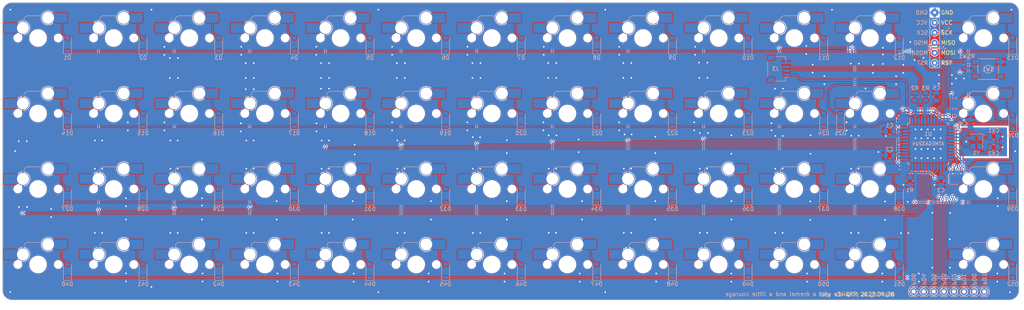
<source format=kicad_pcb>
(kicad_pcb (version 20221018) (generator pcbnew)
  (layers (0 "F.Cu" signal) (31 "B.Cu" signal) (34 "B.Paste" user) (35 "F.Paste" user) (36 "B.SilkS" user "B.Silkscreen") (37 "F.SilkS" user "F.Silkscreen") (38 "B.Mask" user) (39 "F.Mask" user) (44 "Edge.Cuts" user))
  (net 0 "")
  (net 1 "Net-(U1-UCAP)")
  (net 2 "GND")
  (net 3 "VCC")
  (net 4 "XTAL2")
  (net 5 "XTAL1")
  (net 6 "Net-(D1-A)")
  (net 7 "Net-(D2-A)")
  (net 8 "row2")
  (net 9 "Net-(D3-A)")
  (net 10 "Net-(D4-A)")
  (net 11 "Net-(D5-A)")
  (net 12 "Net-(D6-A)")
  (net 13 "Net-(D7-A)")
  (net 14 "Net-(D8-A)")
  (net 15 "Net-(D9-A)")
  (net 16 "Net-(D10-A)")
  (net 17 "Net-(D11-A)")
  (net 18 "Net-(D12-A)")
  (net 19 "Net-(D13-A)")
  (net 20 "Net-(D14-A)")
  (net 21 "Net-(D15-A)")
  (net 22 "Net-(D16-A)")
  (net 23 "Net-(D17-A)")
  (net 24 "Net-(D18-A)")
  (net 25 "Net-(D19-A)")
  (net 26 "Net-(D20-A)")
  (net 27 "Net-(D21-A)")
  (net 28 "Net-(D22-A)")
  (net 29 "Net-(D23-A)")
  (net 30 "Net-(D24-A)")
  (net 31 "Net-(D25-A)")
  (net 32 "Net-(D26-A)")
  (net 33 "Net-(D27-A)")
  (net 34 "Net-(D28-A)")
  (net 35 "Net-(D29-A)")
  (net 36 "Net-(D30-A)")
  (net 37 "Net-(D31-A)")
  (net 38 "Net-(D32-A)")
  (net 39 "Net-(D33-A)")
  (net 40 "Net-(D34-A)")
  (net 41 "Net-(D35-A)")
  (net 42 "Net-(D36-A)")
  (net 43 "Net-(D37-A)")
  (net 44 "Net-(D38-A)")
  (net 45 "Net-(D39-A)")
  (net 46 "Net-(D40-A)")
  (net 47 "Net-(D41-A)")
  (net 48 "Net-(D42-A)")
  (net 49 "Net-(D43-A)")
  (net 50 "Net-(D44-A)")
  (net 51 "Net-(D45-A)")
  (net 52 "Net-(D46-A)")
  (net 53 "Net-(D47-A)")
  (net 54 "Net-(D48-A)")
  (net 55 "Net-(D49-A)")
  (net 56 "Net-(D50-A)")
  (net 57 "Net-(D51-A)")
  (net 58 "Net-(D52-A)")
  (net 59 "col0")
  (net 60 "col3")
  (net 61 "col4")
  (net 62 "col5")
  (net 63 "col6")
  (net 64 "col7")
  (net 65 "col8")
  (net 66 "col9")
  (net 67 "Net-(U1-~{HWB}{slash}PE2)")
  (net 68 "D+")
  (net 69 "D-")
  (net 70 "Net-(U1-D-)")
  (net 71 "Net-(U1-D+)")
  (net 72 "ISP_Reset")
  (net 74 "row3")
  (net 75 "row0")
  (net 76 "row1")
  (net 77 "col11{slash}miso")
  (net 78 "col10{slash}mosi")
  (net 79 "col12{slash}sck")
  (net 80 "col1")
  (net 81 "col2")
  (net 82 "extra1")
  (net 83 "extra2")
  (net 84 "extra3")
  (net 85 "extra4")
  (net 86 "extra5")
  (net 87 "extra6")
  (net 88 "extra7")
  (net 89 "extra8")
  (footprint "Diode_SMD:D_SOD-123" (layer "B.Cu") (at 156.225 31.425 90)
    (fp_text reference "D7")
    (fp_text value "D_Small")
  )
  (footprint "Capacitor_SMD:C_0805_2012Metric" (layer "B.Cu") (at 269.45 51.35 90)
    (fp_text reference "C4")
    (fp_text value ".1uF")
  )
  (footprint "Resistor_SMD:R_0805_2012Metric" (layer "B.Cu") (at 268.45 36.55 90)
    (fp_text reference "RSW1")
    (fp_text value "10k")
  )
  (footprint "Diode_SMD:D_SOD-123" (layer "B.Cu") (at 175.275 31.425 90)
    (fp_text reference "D8")
    (fp_text value "D_Small")
  )
  (footprint "Diode_SMD:D_SOD-123" (layer "B.Cu") (at 41.925 50.475 90)
    (fp_text reference "D14")
    (fp_text value "D_Small")
  )
  (footprint "marbastlib-mx:SW_MX_HS_S_1u" (layer "B.Cu") (at 72.628186 86.915698 180)
    (fp_text reference "MX42" hide)
    (fp_text value "MX-NoLED" hide)
  )
  (footprint "Diode_SMD:D_SOD-123" (layer "B.Cu") (at 194.325 69.55 90)
    (fp_text reference "D35")
    (fp_text value "D_Small")
  )
  (footprint "Diode_SMD:D_SOD-123" (layer "B.Cu") (at 232.425 31.425 90)
    (fp_text reference "D11")
    (fp_text value "D_Small")
  )
  (footprint "Resistor_SMD:R_0805_2012Metric" (layer "B.Cu") (at 258.1 44.62 -90)
    (fp_text reference "R3")
    (fp_text value "22")
  )
  (footprint "marbastlib-mx:SW_MX_HS_S_1u" (layer "B.Cu") (at 186.928282 29.76565 180)
    (fp_text reference "MX9" hide)
    (fp_text value "MX-NoLED" hide)
  )
  (footprint "marbastlib-mx:SW_MX_HS_S_1u" (layer "B.Cu") (at 72.628186 29.76565 180)
    (fp_text reference "MX3" hide)
    (fp_text value "MX-NoLED" hide)
  )
  (footprint "Diode_SMD:D_SOD-123" (layer "B.Cu") (at 280.05 69.55 90)
    (fp_text reference "D39")
    (fp_text value "D_Small")
  )
  (footprint "marbastlib-mx:SW_MX_HS_S_1u" (layer "B.Cu") (at 53.57817 86.915698 180)
    (fp_text reference "MX41" hide)
    (fp_text value "MX-NoLED" hide)
  )
  (footprint "marbastlib-mx:SW_MX_HS_S_1u" (layer "B.Cu") (at 244.07833 48.815666 180)
    (fp_text reference "MX25" hide)
    (fp_text value "MX-NoLED" hide)
  )
  (footprint "marbastlib-mx:SW_MX_HS_S_1u" (layer "B.Cu") (at 186.928282 48.815666 180)
    (fp_text reference "MX22" hide)
    (fp_text value "MX-NoLED" hide)
  )
  (footprint "marbastlib-mx:SW_MX_HS_S_1u" (layer "B.Cu") (at 205.978298 86.915698 180)
    (fp_text reference "MX49" hide)
    (fp_text value "MX-NoLED" hide)
  )
  (footprint "Diode_SMD:D_SOD-123" (layer "B.Cu") (at 156.225 88.55 90)
    (fp_text reference "D46")
    (fp_text value "D_Small")
  )
  (footprint "Diode_SMD:D_SOD-123" (layer "B.Cu") (at 41.925 88.55 90)
    (fp_text reference "D40")
    (fp_text value "D_Small")
  )
  (footprint "marbastlib-mx:SW_MX_HS_S_1u" (layer "B.Cu") (at 205.978298 29.76565 180)
    (fp_text reference "MX10" hide)
    (fp_text value "MX-NoLED" hide)
  )
  (footprint "Capacitor_SMD:C_0805_2012Metric" (layer "B.Cu") (at 275.25 54.65)
    (fp_text reference "CX1")
    (fp_text value "22pF")
  )
  (footprint "Resistor_SMD:R_0805_2012Metric" (layer "B.Cu") (at 255.41 44.62 90)
    (fp_text reference "R2")
    (fp_text value "22")
  )
  (footprint "Capacitor_SMD:C_0805_2012Metric" (layer "B.Cu") (at 249.025 53.325 180)
    (fp_text reference "C1")
    (fp_text value "10uF")
  )
  (footprint "Diode_SMD:D_SOD-123" (layer "B.Cu") (at 99.075 31.425 90)
    (fp_text reference "D4")
    (fp_text value "D_Small")
  )
  (footprint "Crystal:Crystal_SMD_3225-4Pin_3.2x2.5mm" (layer "B.Cu") (at 270.85 56.025 -90)
    (fp_text reference "Y1")
    (fp_text value "16MHz")
  )
  (footprint "Capacitor_SMD:C_0805_2012Metric" (layer "B.Cu") (at 249.025 59.375 180)
    (fp_text reference "C2")
    (fp_text value ".1uF")
  )
  (footprint "marbastlib-mx:SW_MX_HS_S_1u" (layer "B.Cu") (at 129.778234 48.815666 180)
    (fp_text reference "MX19" hide)
    (fp_text value "MX-NoLED" hide)
  )
  (footprint "Diode_SMD:D_SOD-123" (layer "B.Cu") (at 80.025 69.55 90)
    (fp_text reference "D29")
    (fp_text value "D_Small")
  )
  (footprint "marbastlib-mx:SW_MX_HS_S_1u" (layer "B.Cu") (at 167.878266 48.815666 180)
    (fp_text reference "MX21" hide)
    (fp_text value "MX-NoLED" hide)
  )
  (footprint "Diode_SMD:D_SOD-123" (layer "B.Cu") (at 232.425 50.475 90)
    (fp_text reference "D24")
    (fp_text value "D_Small")
  )
  (footprint "Diode_SMD:D_SOD-123" (layer "B.Cu") (at 118.125 69.55 90)
    (fp_text reference "D31")
    (fp_text value "D_Small")
  )
  (footprint "Diode_SMD:D_SOD-123" (layer "B.Cu") (at 137.175 88.55 90)
    (fp_text reference "D45")
    (fp_text value "D_Small")
  )
  (footprint "Diode_SMD:D_SOD-123" (layer "B.Cu") (at 80.025 50.475 90)
    (fp_text reference "D16")
    (fp_text value "D_Small")
  )
  (footprint "Diode_SMD:D_SOD-123" (layer "B.Cu") (at 60.975 88.55 90)
    (fp_text reference "D41")
    (fp_text value "D_Small")
  )
  (footprint "marbastlib-mx:SW_MX_HS_S_1u" (layer "B.Cu") (at 72.628186 48.815666 180)
    (fp_text reference "MX16" hide)
    (fp_text value "MX-NoLED" hide)
  )
  (footprint "Diode_SMD:D_SOD-123" (layer "B.Cu") (at 280.05 31.425 90)
    (fp_text reference "D13")
    (fp_text value "D_Small")
  )
  (footprint "marbastlib-mx:SW_MX_HS_S_1u" (layer "B.Cu") (at 129.778234 67.865682 180)
    (fp_text reference "MX32" hide)
    (fp_text value "MX-NoLED" hide)
  )
  (footprint "Diode_SMD:D_SOD-123" (layer "B.Cu") (at 213.375 88.55 90)
    (fp_text reference "D49")
    (fp_text value "D_Small")
  )
  (footprint "marbastlib-mx:SW_MX_HS_S_1u" (layer "B.Cu") (at 167.878266 29.76565 180)
    (fp_text reference "MX8" hide)
    (fp_text value "MX-NoLED" hide)
  )
  (footprint "Diode_SMD:D_SOD-123" (layer "B.Cu") (at 251.475 88.55 90)
    (fp_text reference "D51")
    (fp_text value "D_Small")
  )
  (footprint "Diode_SMD:D_SOD-123" (layer "B.Cu") (at 232.425 88.55 90)
    (fp_text reference "D50")
    (fp_text value "D_Small")
  )
  (footprint "Capacitor_SMD:C_0805_2012Metric" (layer "B.Cu") (at 260.875 44.575 90)
    (fp_text reference "C5")
    (fp_text value "1uF")
  )
  (footprint "Diode_SMD:D_SOD-123" (layer "B.Cu") (at 280.05 88.55 90)
    (fp_text reference "D52")
    (fp_text value "D_Small")
  )
  (footprint "marbastlib-mx:SW_MX_HS_S_1u" (layer "B.Cu") (at 148.82825 67.865682 180)
    (fp_text reference "MX33" hide)
    (fp_text value "MX-NoLED" hide)
  )
  (footprint "Diode_SMD:D_SOD-123" (layer "B.Cu") (at 232.425 69.55 90)
    (fp_text reference "D37")
    (fp_text value "D_Small")
  )
  (footprint "Diode_SMD:D_SOD-123" (layer "B.Cu") (at 80.025 31.425 90)
    (fp_text reference "D3")
    (fp_text value "D_Small")
  )
  (footprint "Capacitor_SMD:C_0805_2012Metric" (layer "B.Cu") (at 261.95 65.875 -90)
    (fp_text reference "C3")
    (fp_text value ".1uF")
  )
  (footprint "marbastlib-mx:SW_MX_HS_S_1u" (layer "B.Cu") (at 225.028314 67.865682 180)
    (fp_text reference "MX37" hide)
    (fp_text value "MX-NoLED" hide)
  )
  (footprint "Diode_SMD:D_SOD-123" (layer "B.Cu") (at 118.125 50.475 90)
    (fp_text reference "D18")
    (fp_text value "D_Small")
  )
  (footprint "Diode_SMD:D_SOD-123" (layer "B.Cu") (at 60.975 69.55 90)
    (fp_text reference "D28")
    (fp_text value "D_Small")
  )
  (footprint "marbastlib-mx:SW_MX_HS_S_1u" (layer "B.Cu") (at 167.878266 67.865682 180)
    (fp_text reference "MX34" hide)
    (fp_text value "MX-NoLED" hide)
  )
  (footprint "marbastlib-mx:SW_MX_HS_S_1u" (layer "B.Cu") (at 53.57817 67.865682 180)
    (fp_text reference "MX28" hide)
    (fp_text value "MX-NoLED" hide)
  )
  (footprint "marbastlib-mx:SW_MX_HS_S_1u" (layer "B.Cu") (at 167.878266 86.915698 180)
    (fp_text reference "MX47" hide)
    (fp_text value "MX-NoLED" hide)
  )
  (footprint "Diode_SMD:D_SOD-123" (layer "B.Cu") (at 137.175 69.55 90)
    (fp_text reference "D32")
    (fp_text value "D_Small")
  )
  (footprint "marbastlib-mx:SW_MX_HS_S_1u" (layer "B.Cu") (at 129.778234 86.915698 180)
    (fp_text reference "MX45" hide)
    (fp_text value "MX-NoLED" hide)
  )
  (footprint "Diode_SMD:D_SOD-123" (layer "B.Cu") (at 118.125 31.425 90)
    (fp_text reference "D5")
    (fp_text value "D_Small")
  )
  (footprint "marbastlib-mx:SW_MX_HS_S_1u" (layer "B.Cu") (at 91.678202 29.76565 180)
    (fp_text reference "MX4" hide)
    (fp_text value "MX-NoLED" hide)
  )
  (footprint "Diode_SMD:D_SOD-123" (layer "B.Cu") (at 41.925 69.55 90)
    (fp_text reference "D27")
    (fp_text value "D_Small")
  )
  (footprint "marbastlib-mx:SW_MX_HS_S_1u" (layer "B.Cu") (at 72.628186 67.865682 180)
    (fp_text reference "MX29" hide)
    (fp_text value "MX-NoLED" hide)
  )
  (footprint "marbastlib-mx:SW_MX_HS_S_1u" (layer "B.Cu") (at 148.82825 29.76565 180)
    (fp_text reference "MX7" hide)
    (fp_text value "MX-NoLED" hide)
  )
  (footprint "Diode_SMD:D_SOD-123" (layer "B.Cu") (at 194.325 88.55 90)
    (fp_text reference "D48")
    (fp_text value "D_Small")
  )
  (footprint "Diode_SMD:D_SOD-123" (layer "B.Cu") (at 175.275 69.55 90)
    (fp_text reference "D34")
    (fp_text value "D_Small")
  )
  (footprint "marbastlib-mx:SW_MX_HS_S_1u" (layer "B.Cu") (at 110.728218 48.815666 180)
    (fp_text reference "MX18" hide)
    (fp_text value "MX-NoLED" hide)
  )
  (footprint "Diode_SMD:D_SOD-123" (layer "B.Cu") (at 156.225 50.475 90)
    (fp_text reference "D20")
    (fp_text value "D_Small")
  )
  (footprint "marbastlib-mx:SW_MX_HS_S_1u" (layer "B.Cu") (at 272.653354 67.865682 180)
    (fp_text reference "MX39" hide)
    (fp_text value "MX-NoLED" hide)
  )
  (footprint "Connector_JST:JST_SH_SM04B-SRSS-TB_1x04-1MP_P1.00mm_Horizontal" (layer "B.Cu") (at 221 37.55 90)
    (fp_text reference "J3")
    (fp_text value "4PIN")
  )
  (footprint "marbastlib-mx:SW_MX_HS_S_1u" (layer "B.Cu") (at 225.028314 48.815666 180)
    (fp_text reference "MX24" hide)
    (fp_text value "MX-NoLED" hide)
  )
  (footprint "Diode_SMD:D_SOD-123" (layer "B.Cu") (at 137.175 50.475 90)
    (fp_text reference "D19")
    (fp_text value "D_Small")
  )
  (footprint "marbastlib-mx:SW_MX_HS_S_1u" (layer "B.Cu") (at 91.678202 86.915698 180)
    (fp_text reference "MX43" hide)
    (fp_text value "MX-NoLED" hide)
  )
  (footprint "marbastlib-mx:SW_MX_HS_S_1u" (layer "B.Cu") (at 272.653354 29.76565 180)
    (fp_text reference "MX13" hide)
    (fp_text value "MX-NoLED" hide)
  )
  (footprint "marbastlib-mx:SW_MX_HS_S_1u" (layer "B.Cu") (at 129.778234 29.76565 180)
    (fp_text reference "MX6" hide)
    (fp_text value "MX-NoLED" hide)
  )
  (footprint "marbastlib-mx:SW_MX_HS_S_1u" (layer "B.Cu") (at 205.978298 67.865682 180)
    (fp_text reference "MX36" hide)
    (fp_text value "MX-NoLED" hide)
  )
  (footprint "Resistor_SMD:R_0805_2012Metric" (layer "B.Cu") (at 254.125 65.8625 90)
    (fp_text reference "R1")
    (fp_text value "10k")
  )
  (footprint "Connector_PinSocket_2.54mm:PinSocket_1x08_P2.54mm_Vertical" (layer "B.Cu") (at 255.075 93.75 -90)
    (fp_text reference "J5")
    (fp_text value "Conn_01x08")
  )
  (footprint "Diode_SMD:D_SOD-123" (layer "B.Cu") (at 137.175 31.425 90)
    (fp_text reference "D6")
    (fp_text value "D_Small")
  )
  (footprint "marbastlib-mx:SW_MX_HS_S_1u" (layer "B.Cu") (at 91.678202 67.865682 180)
    (fp_text reference "MX30" hide)
    (fp_text value "MX-NoLED" hide)
  )
  (footprint "Diode_SMD:D_SOD-123" (layer "B.Cu") (at 251.475 31.425 90)
    (fp_text reference "D12")
    (fp_text value "D_Small")
  )
  (footprint "Diode_SMD:D_SOD-123" (layer "B.Cu") (at 99.075 69.55 90)
    (fp_text reference "D30")
    (fp_text value "D_Small")
  )
  (footprint "Diode_SMD:D_SOD-123" (layer "B.Cu") (at 60.97 31.425 90)
    (fp_text reference "D2")
    (fp_text value "D_Small")
  )
  (footprint "Capacitor_SMD:C_0805_2012Metric" (layer "B.Cu") (at 275.25 57.35)
    (fp_text reference "CX2")
    (fp_text value "22pF")
  )
  (footprint "marbastlib-mx:SW_MX_HS_S_1u" (layer "B.Cu") (at 186.928282 67.865682 180)
    (fp_text reference "MX35" hide)
    (fp_text value "MX-NoLED" hide)
  )
  (footprint "marbastlib-mx:SW_MX_HS_S_1u" (layer "B.Cu") (at 53.57817 48.815666 180)
    (fp_text reference "MX15" hide)
    (fp_text value "MX-NoLED" hide)
  )
  (footprint "marbastlib-mx:SW_MX_HS_S_1u" (layer "B.Cu") (at 186.928282 86.915698 180)
    (fp_text reference "MX48" hide)
    (fp_text value "MX-NoLED" hide)
  )
  (footprint "Diode_SMD:D_SOD-123" (layer "B.Cu") (at 156.225 69.55 90)
    (fp_text reference "D33")
    (fp_text value "D_Small")
  )
  (footprint "marbastlib-mx:SW_MX_HS_S_1u" (layer "B.Cu") (at 110.728218 67.865682 180)
    (fp_text reference "MX31" hide)
    (fp_text value "MX-NoLED" hide)
  )
  (footprint "Diode_SMD:D_SOD-123" (layer "B.Cu") (at 194.325 50.475 90)
    (fp_text reference "D22")
    (fp_text value "D_Small")
  )
  (footprint "marbastlib-mx:SW_MX_HS_S_1u" (layer "B.Cu") (at 91.678202 48.815666 180)
    (fp_text reference "MX17" hide)
    (fp_text value "MX-NoLED" hide)
  )
  (footprint "Diode_SMD:D_SOD-123" (layer "B.Cu") (at 213.375 69.55 90)
    (fp_text reference "D36")
    (fp_text value "D_Small")
  )
  (footprint "marbastlib-mx:SW_MX_HS_S_1u" (layer "B.Cu") (at 244.07833 86.915698 180)
    (fp_text reference "MX51" hide)
    (fp_text value "MX-NoLED" hide)
  )
  (footprint "Package_QFP:TQFP-44_10x10mm_P0.8mm" (layer "B.Cu") (at 258.75 56.425 -90)
    (fp_text reference "U1")
    (fp_text value "ATmega32U4-A")
  )
  (footprint "marbastlib-mx:SW_MX_HS_S_1u" (layer "B.Cu") (at 110.728218 86.915698 180)
    (fp_text reference "MX44" hide)
    (fp_text value "MX-NoLED" hide)
  )
  (footprint "marbastlib-mx:SW_MX_HS_S_1u" (layer "B.Cu") (at 34.528154 67.865682 180)
    (fp_text reference "MX27" hide)
    (fp_text value "MX-NoLED" hide)
  )
  (footprint "marbastlib-mx:SW_MX_HS_S_1u" (layer "B.Cu") (at 34.528154 86.915698 180)
    (fp_text reference "MX40" hide)
    (fp_text value "MX-NoLED" hide)
  )
  (footprint "marbastlib-mx:SW_MX_HS_S_1u" (layer "B.Cu") (at 244.07833 29.76565 180)
    (fp_text reference "MX12" hide)
    (fp_text value "MX-NoLED" hide)
  )
  (footprint "Diode_SMD:D_SOD-123" (layer "B.Cu") (at 99.075 88.55 90)
    (fp_text reference "D43")
    (fp_text value "D_Small")
  )
  (footprint "Diode_SMD:D_SOD-123" (layer "B.Cu") (at 175.275 88.55 90)
    (fp_text reference "D47")
    (fp_text value "D_Small")
  )
  (footprint "marbastlib-mx:SW_MX_HS_S_1u" (layer "B.Cu") (at 225.028314 29.76565 180)
    (fp_text reference "MX11" hide)
    (fp_text value "MX-NoLED" hide)
  )
  (footprint "Diode_SMD:D_SOD-123" (layer "B.Cu") (at 194.325 31.425 90)
    (fp_text reference "D9")
    (fp_text value "D_Small")
  )
  (footprint "marbastlib-mx:SW_MX_HS_S_1u" (layer "B.Cu") (at 205.978298 48.815666 180)
    (fp_text reference "MX23" hide)
    (fp_text value "MX-NoLED" hide)
  )
  (footprint "marbastlib-mx:SW_MX_HS_S_1u" (layer "B.Cu") (at 272.653354 86.915698 180)
    (fp_text reference "MX52" hide)
    (fp_text value "MX-NoLED" hide)
  )
  (footprint "Diode_SMD:D_SOD-123" (layer "B.Cu") (at 41.93 31.4025 90)
    (fp_text reference "D1")
    (fp_text value "D_Small")
  )
  (footprint "Diode_SMD:D_SOD-123" (layer "B.Cu") (at 175.275 50.475 90)
    (fp_text reference "D21")
    (fp_text value "D_Small")
  )
  (footprint "marbastlib-mx:SW_MX_HS_S_1u" (layer "B.Cu") (at 53.57817 29.76565 180)
    (fp_text reference "MX2" hide)
    (fp_text value "MX-NoLED" hide)
  )
  (footprint "marbastlib-mx:SW_MX_HS_S_1u" (layer "B.Cu") (at 225.028314 86.915698 180)
    (fp_text reference "MX50" hide)
    (fp_text value "MX-NoLED" hide)
  )
  (footprint "Diode_SMD:D_SOD-123" (layer "B.Cu") (at 251.475 69.55 90)
    (fp_text reference "D38")
    (fp_text value "D_Small")
  )
  (footprint "marbastlib-mx:SW_MX_HS_S_1u" (layer "B.Cu") (at 148.82825 48.815666 180)
    (fp_text reference "MX20" hide)
    (fp_text value "MX-NoLED" hide)
  )
  (footprint "marbastlib-mx:SW_MX_HS_S_1u" (layer "B.Cu") (at 272.653354 48.815666 180)
    (fp_text reference "MX26" hide)
    (fp_text value "MX-NoLED" hide)
  )
  (footprint "Diode_SMD:D_SOD-123" (layer "B.Cu") (at 60.975 50.475 90)
    (fp_text reference "D15")
    (fp_text value "D_Small")
  )
  (footprint "marbastlib-mx:SW_MX_HS_S_1u" (layer "B.Cu") (at 34.528154 29.76565 180)
    (fp_text reference "MX1" hide)
    (fp_text value "MX-NoLED" hide)
  )
  (footprint "acheron_Connectors:PinHeader_1x6_P2.54mm_Vertical" (layer "B.Cu") (at 260.375 29.7 180)
    (fp_text reference "J2" hide)
    (fp_text value "AVR-ISP-6_mod" hide)
  )
  (footprint "random-keyboard-parts:SKQG-1155865" (layer "B.Cu") (at 273.85 37.625)
    (fp_text reference "SW1")
    (fp_text value "SW_PUSH")
  )
  (footprint "Diode_SMD:D_SOD-123" (layer "B.Cu") (at 213.375 50.475 90)
    (fp_text reference "D23")
    (fp_text value "D_Small")
  )
  (footprint "Diode_SMD:D_SOD-123" (layer "B.Cu") (at 236.675 50.475 90)
    (fp_text reference "D25")
    (fp_text value "D_Small")
  )
  (footprint "Diode_SMD:D_SOD-123" (layer "B.Cu") (at 80.025 88.55 90)
    (fp_text reference "D42")
    (fp_text value "D_Small")
  )
  (footprint "Diode_SMD:D_SOD-123" (layer "B.Cu") (at 280.05 51 90)
    (fp_text reference "D26")
    (fp_text value "D_Small")
  )
  (footprint "marbastlib-mx:SW_MX_HS_S_1u" (layer "B.Cu") (at 244.07833 67.865682 180)
    (fp_text reference "MX38" hide)
    (fp_text value "MX-NoLED" hide)
  )
  (footprint "Diode_SMD:D_SOD-123" (layer "B.Cu") (at 213.375 31.425 90)
    (fp_text reference "D10")
    (fp_text value "D_Small")
  )
  (footprint "marbastlib-mx:SW_MX_HS_S_1u" (layer "B.Cu") (at 110.728218 29.76565 180)
    (fp_text reference "MX5" hide)
    (fp_text value "MX-NoLED" hide)
  )
  (footprint "Diode_SMD:D_SOD-123" (layer "B.Cu") (at 118.125 88.55 90)
    (fp_text reference "D44")
    (fp_text value "D_Small")
  )
  (footprint "Diode_SMD:D_SOD-123" (layer "B.Cu") (at 99.075 50.475 90)
    (fp_text reference "D17")
    (fp_text value "D_Small")
  )
  (footprint "marbastlib-mx:SW_MX_HS_S_1u" (layer "B.Cu") (at 148.82825 86.915698 180)
    (fp_text reference "MX46" hide)
    (fp_text value "MX-NoLED" hide)
  )
  (footprint "marbastlib-mx:SW_MX_HS_S_1u" (layer "B.Cu") (at 34.528154 48.815666 180)
    (fp_text reference "MX14" hide)
    (fp_text value "MX-NoLED" hide)
  )
  (gr_arc (start 281.583049 93.464141) (mid 280.885596 95.14794) (end 279.201797 95.845393) (stroke (width 0.1)) (layer "Edge.Cuts"))
  (gr_line (start 281.58305 23.217206) (end 281.583049 93.464141) (stroke (width 0.1)) (layer "Edge.Cuts"))
  (gr_line (start 25.598459 93.464141) (end 25.598459 23.217207) (stroke (width 0.1)) (layer "Edge.Cuts"))
  (gr_arc (start 279.201798 20.835954) (mid 280.885597 21.533407) (end 281.58305 23.217206) (stroke (width 0.1)) (layer "Edge.Cuts"))
  (gr_line (start 279.201797 95.845393) (end 27.979711 95.845393) (stroke (width 0.1)) (layer "Edge.Cuts"))
  (gr_arc (start 25.598459 23.217207) (mid 26.295912 21.533408) (end 27.979711 20.835955) (stroke (width 0.1)) (layer "Edge.Cuts"))
  (gr_line (start 27.979711 20.835955) (end 279.201798 20.835954) (stroke (width 0.1)) (layer "Edge.Cuts"))
  (gr_arc (start 27.979711 95.845393) (mid 26.295912 95.14794) (end 25.598459 93.464141) (stroke (width 0.1)) (layer "Edge.Cuts"))
  (gr_text "anything is possible with a dremel and a little courage" (at 229.025 94.375) (layer "B.SilkS") (effects (font (size 1 1)) (justify mirror)))
  (gr_text "lucy v3-QFP 2023.04.28" (at 231.125 95.025) (layer "F.SilkS") (effects (font (size 1 1)) (justify left bottom)))
  (segment (start 258.75 50.725) (end 258.75 47.65) (width 0.254) (layer "B.Cu") (net 1))
  (segment (start 258.75 47.65) (end 260.875 45.525) (width 0.254) (layer "B.Cu") (net 1))
  (segment (start 190.225 89.2) (end 190.225 91.225) (width 0.254) (layer "F.Cu") (net 2))
  (segment (start 94.65 70.925) (end 94.65 74.525) (width 0.254) (layer "F.Cu") (net 2))
  (segment (start 190 70.925) (end 190 74.525) (width 0.254) (layer "F.Cu") (net 2))
  (segment (start 85.71 31.975) (end 85.71 34) (width 0.254) (layer "F.Cu") (net 2))
  (segment (start 161.91 31.975) (end 161.91 34) (width 0.254) (layer "F.Cu") (net 2))
  (segment (start 113.775 70.925) (end 113.775 74.525) (width 0.254) (layer "F.Cu") (net 2))
  (segment (start 238.185 51.025) (end 238.185 53.05) (width 0.254) (layer "F.Cu") (net 2))
  (segment (start 248.075 54.5) (end 248.075 58.6) (width 0.254) (layer "F.Cu") (net 2))
  (segment (start 85.61 51.05) (end 85.61 53.075) (width 0.254) (layer "F.Cu") (net 2))
  (segment (start 200.035 31.975) (end 200.035 34) (width 0.254) (layer "F.Cu") (net 2))
  (segment (start 264.73 41.3) (end 261.46 41.3) (width 0.254) (layer "F.Cu") (net 2))
  (segment (start 37.825 72.925) (end 37.825 74.95) (width 0.254) (layer "F.Cu") (net 2))
  (segment (start 123.71 51.05) (end 123.71 53.075) (width 0.254) (layer "F.Cu") (net 2))
  (segment (start 229.1 54.65) (end 229.1 58.25) (width 0.254) (layer "F.Cu") (net 2))
  (segment (start 152.6 55.85) (end 152.6 55.575) (width 0.254) (layer "F.Cu") (net 2))
  (segment (start 232.6 39.3875) (end 232.6 41.4125) (width 0.254) (layer "F.Cu") (net 2))
  (segment (start 66.335 32) (end 66.335 34.025) (width 0.254) (layer "F.Cu") (net 2))
  (segment (start 209.175 54.325) (end 209.175 57.925) (width 0.254) (layer "F.Cu") (net 2))
  (segment (start 104.61 31.975) (end 104.61 34) (width 0.254) (layer "F.Cu") (net 2))
  (segment (start 57.15 51.05) (end 57.15 53.075) (width 0.254) (layer "F.Cu") (net 2))
  (segment (start 152.6 70.925) (end 152.6 74.525) (width 0.254) (layer "F.Cu") (net 2))
  (segment (start 209.2 74.525) (end 209.2 75.575) (width 0.254) (layer "F.Cu") (net 2))
  (segment (start 247.35 33.92) (end 247.35 32.2347) (width 0.254) (layer "F.Cu") (net 2))
  (segment (start 133.525 74.525) (end 133.525 75.575) (width 0.254) (layer "F.Cu") (net 2))
  (segment (start 228.04 31.7875) (end 228.04 33.8125) (width 0.254) (layer "F.Cu") (net 2))
  (segment (start 170.975 89.2) (end 170.975 91.225) (width 0.254) (layer "F.Cu") (net 2))
  (segment (start 94.65 74.525) (end 94.65 75.575) (width 0.254) (layer "F.Cu") (net 2))
  (segment (start 244.825 36.55) (end 244.825 38.575) (width 0.254) (layer "F.Cu") (net 2))
  (segment (start 114.025 89.2) (end 114.025 91.225) (width 0.254) (layer "F.Cu") (net 2))
  (segment (start 247.175 89.2) (end 247.175 91.225) (width 0.254) (layer "F.Cu") (net 2))
  (segment (start 171.55 74.525) (end 171.55 75.575) (width 0.254) (layer "F.Cu") (net 2))
  (segment (start 209.2 70.925) (end 209.2 74.525) (width 0.254) (layer "F.Cu") (net 2))
  (segment (start 229.025 74.6) (end 229.025 75.65) (width 0.254) (layer "F.Cu") (net 2))
  (segment (start 229.65 36.4875) (end 229.65 38.5125) (width 0.254) (layer "F.Cu") (net 2))
  (segment (start 180.91 31.975) (end 180.91 34) (width 0.254) (layer "F.Cu") (net 2))
  (segment (start 209.125 89.2) (end 209.125 91.225) (width 0.254) (layer "F.Cu") (net 2))
  (segment (start 209.175 57.925) (end 209.175 58.975) (width 0.254) (layer "F.Cu") (net 2))
  (segment (start 252.45 36.55) (end 252.45 38.575) (width 0.254) (layer "F.Cu") (net 2))
  (segment (start 133.525 70.925) (end 133.525 74.525) (width 0.254) (layer "F.Cu") (net 2))
  (segment (start 254.895 73.875) (end 254.08 73.06) (width 0.254) (layer "F.Cu") (net 2))
  (segment (start 255.86 34.75) (end 255.29 35.32) (width 0.254) (layer "F.Cu") (net 2))
  (segment (start 113.775 74.525) (end 113.775 75.575) (width 0.254) (layer "F.Cu") (net 2))
  (segment (start 75.95 89.175) (end 75.95 91.2) (width 0.254) (layer "F.Cu") (net 2))
  (segment (start 219.285 51.025) (end 219.285 53.05) (width 0.254) (layer "F.Cu") (net 2))
  (segment (start 250.675 39.425) (end 250.675 41.45) (width 0.254) (layer "F.Cu") (net 2))
  (segment (start 229.025 71) (end 229.025 74.6) (width 0.254) (layer "F.Cu") (net 2))
  (segment (start 123.71 31.975) (end 123.71 34) (width 0.254) (layer "F.Cu") (net 2))
  (segment (start 170.7 58.575) (end 170.7 55.375) (width 0.254) (layer "F.Cu") (net 2))
  (segment (start 190 58.8125) (end 190 54.6875) (width 0.254) (layer "F.Cu") (net 2))
  (segment (start 259.74 80.58) (end 264.27 80.58) (width 0.254) (layer "F.Cu") (net 2))
  (segment (start 229.1 58.25) (end 229.1 59.3) (width 0.254) (layer "F.Cu") (net 2))
  (segment (start 253.61 72.59) (end 253.61 71.1) (width 0.254) (layer "F.Cu") (net 2))
  (segment (start 142.66 51.3) (end 142.66 53.075) (width 0.254) (layer "F.Cu") (net 2))
  (segment (start 259.8 73.875) (end 264.235 73.875) (width 0.254) (layer "F.Cu") (net 2))
  (segment (start 255.9 73.875) (end 258.975 73.875) (width 0.254) (layer "F.Cu") (net 2))
  (segment (start 199.81 51.05) (end 199.81 53.075) (width 0.254) (layer "F.Cu") (net 2))
  (segment (start 264.235 73.875) (end 264.28 73.92) (width 0.254) (layer "F.Cu") (net 2))
  (segment (start 247.85 74.6) (end 247.85 75.65) (width 0.254) (layer "F.Cu") (net 2))
  (segment (start 75.825 70.175) (end 75.825 75.575) (width 0.254) (layer "F.Cu") (net 2))
  (segment (start 190 74.525) (end 190 75.575) (width 0.254) (layer "F.Cu") (net 2))
  (segment (start 264.74 39.11) (end 261.46 39.11) (width 0.254) (layer "F.Cu") (net 2))
  (segment (start 94.85 89.175) (end 94.85 91.2) (width 0.254) (layer "F.Cu") (net 2))
  (segment (start 180.91 51.05) (end 180.91 53.075) (width 0.254) (layer "F.Cu") (net 2))
  (segment (start 114.3 59.175) (end 114.3 56.65) (width 0.254) (layer "F.Cu") (net 2))
  (segment (start 259.77 87.71) (end 264.25 87.71) (width 0.254) (layer "F.Cu") (net 2))
  (segment (start 104.66 51.3) (end 104.66 53.325) (width 0.254) (layer "F.Cu") (net 2))
  (segment (start 152.6 74.525) (end 152.6 75.575) (width 0.254) (layer "F.Cu") (net 2))
  (segment (start 251.9 79) (end 253.75 79) (width 0.254) (layer "F.Cu") (net 2))
  (segment (start 132.9 89.2) (end 132.9 91.225) (width 0.254) (layer "F.Cu") (net 2))
  (segment (start 171.55 70.925) (end 171.55 74.525) (width 0.254) (layer "F.Cu") (net 2))
  (segment (start 247.85 71) (end 247.85 74.6) (width 0.254) (layer "F.Cu") (net 2))
  (segment (start 142.66 51.05) (end 142.66 51.3) (width 0.254) (layer "F.Cu") (net 2))
  (segment (start 258.975 73.875) (end 259.8 73.875) (width 0.254) (layer "F.Cu") (net 2))
  (segment (start 56.675 70.175) (end 56.675 75.575) (width 0.254) (layer "F.Cu") (net 2))
  (segment (start 85.71 31.975) (end 85.71 31.98) (width 0.254) (layer "F.Cu") (net 2))
  (segment (start 66.335 51.075) (end 66.34 51.07) (width 0.254) (layer "F.Cu") (net 2))
  (segment (start 228.25 89.2) (end 228.25 91.225) (width 0.254) (layer "F.Cu") (net 2))
  (segment (start 66.335 53.075) (end 66.335 51.075) (width 0.254) (layer "F.Cu") (net 2))
  (segment (start 276.25 70.175) (end 276.25 72.2) (width 0.254) (layer "F.Cu") (net 2))
  (segment (start 161.81 51.05) (end 161.81 53.075) (width 0.254) (layer "F.Cu") (net 2))
  (segment (start 56.675 89.175) (end 56.675 91.2) (width 0.254) (layer "F.Cu") (net 2))
  (segment (start 255.9 73.875) (end 254.895 73.875) (width 0.254) (layer "F.Cu") (net 2))
  (segment (start 142.685 31.975) (end 142.685 34) (width 0.254) (layer "F.Cu") (net 2))
  (segment (start 152.6 58.825) (end 152.6 55.85) (width 0.254) (layer "F.Cu") (net 2))
  (segment (start 276.15 89.2) (end 276.15 91.225) (width 0.254) (layer "F.Cu") (net 2))
  (segment (start 254.08 73.06) (end 253.61 72.59) (width 0.254) (layer "F.Cu") (net 2))
  (segment (start 152.025 89.2) (end 152.025 91.225) (width 0.254) (layer "F.Cu") (net 2))
  (segment (start 257.575 34.75) (end 255.86 34.75) (width 0.254) (layer "F.Cu") (net 2))
  (via (at 163.04 36.075) (size 0.8128) (drill 0.4064) (layers "F.Cu" "B.Cu") (net 2))
  (via (at 253.75 79) (size 0.8128) (drill 0.4064) (layers "F.Cu" "B.Cu") (net 2))
  (via (at 252.45 38.575) (size 0.8128) (drill 0.4064) (layers "F.Cu" "B.Cu") (net 2))
  (via (at 242.95 42.5) (size 0.8128) (drill 0.4064) (layers "F.Cu" "B.Cu") (net 2))
  (via (at 232.6 39.3875) (size 0.8128) (drill 0.4064) (layers "F.Cu" "B.Cu") (net 2))
  (via (at 184.05 54.1) (size 0.8128) (drill 0.4064) (layers "F.Cu" "B.Cu") (net 2))
  (via (at 124.905 36.1) (size 0.8128) (drill 0.4064) (layers "F.Cu" "B.Cu") (net 2))
  (via (at 114.025 89.2) (size 0.8128) (drill 0.4064) (layers "F.Cu" "B.Cu") (net 2))
  (via (at 50.68 78.95) (size 0.8128) (drill 0.4064) (layers "F.Cu" "B.Cu") (net 2))
  (via (at 123.71 53.075) (size 0.8128) (drill 0.4064) (layers "F.Cu" "B.Cu") (net 2))
  (via (at 69.7 62.75) (size 0.8128) (drill 0.4064) (layers "F.Cu" "B.Cu") (net 2))
  (via (at 88.83 55.625) (size 0.8128) (drill 0.4064) (layers "F.Cu" "B.Cu") (net 2))
  (via (at 258.65 57.775) (size 0.8128) (drill 0.4064) (layers "F.Cu" "B.Cu") (net 2))
  (via (at 260.25 52.85) (size 0.8128) (drill 0.4064) (layers "F.Cu" "B.Cu") (net 2))
  (via (at 182.075 78.925) (size 0.8128) (drill 0.4064) (layers "F.Cu" "B.Cu") (net 2))
  (via (at 259.8 73.875) (size 0.8128) (drill 0.4064) (layers "F.Cu" "B.Cu") (net 2))
  (via (at 88.83 62.75) (size 0.8128) (drill 0.4064) (layers "F.Cu" "B.Cu") (net 2))
  (via (at 209.125 89.2) (size 0.8128) (drill 0.4064) (layers "F.Cu" "B.Cu") (net 2))
  (via (at 27.5 93.875) (size 0.8128) (drill 0.4064) (layers "F.Cu" "B.Cu") (net 2))
  (via (at 201.22 62.725) (size 0.8128) (drill 0.4064) (layers "F.Cu" "B.Cu") (net 2))
  (via (at 220.22 62.75) (size 0.8128) (drill 0.4064) (layers "F.Cu" "B.Cu") (net 2))
  (via (at 182.075 62.725) (size 0.8128) (drill 0.4064) (layers "F.Cu" "B.Cu") (net 2))
  (via (at 145.92 62.75) (size 0.8128) (drill 0.4064) (layers "F.Cu" "B.Cu") (net 2))
  (via (at 75.825 72.05) (size 0.8128) (drill 0.4064) (layers "F.Cu" "B.Cu") (net 2))
  (via (at 120.25 93.9) (size 0.8128) (drill 0.4064) (layers "F.Cu" "B.Cu") (net 2))
  (via (at 259.77 87.71) (size 0.8128) (drill 0.4064) (layers "F.Cu" "B.Cu") (net 2))
  (via (at 145.97 36.1) (size 0.8128) (drill 0.4064) (layers "F.Cu" "B.Cu") (net 2))
  (via (at 125.03 78.95) (size 0.8128) (drill 0.4064) (layers "F.Cu" "B.Cu") (net 2))
  (via (at 69.7 55.625) (size 0.8128) (drill 0.4064) (layers "F.Cu" "B.Cu") (net 2))
  (via (at 183.975 36.075) (size 0.8128) (drill 0.4064) (layers "F.Cu" "B.Cu") (net 2))
  (via (at 261.875 52.8) (size 0.8128) (drill 0.4064) (layers "F.Cu" "B.Cu") (net 2))
  (via (at 255.55 55.025) (size 0.8128) (drill 0.4064) (layers "F.Cu" "B.Cu") (net 2))
  (via (at 267.725 50.45) (size 0.8128) (drill 0.4064) (layers "F.Cu" "B.Cu") (net 2))
  (via (at 125.03 62.75) (size 0.8128) (drill 0.4064) (layers "F.Cu" "B.Cu") (net 2))
  (via (at 183.975 39.825) (size 0.8128) (drill 0.4064) (layers "F.Cu" "B.Cu") (net 2))
  (via (at 144.02 54.8) (size 0.8128) (drill 0.4064) (layers "F.Cu" "B.Cu") (net 2))
  (via (at 144.07 78.95) (size 0.8128) (drill 0.4064) (layers "F.Cu" "B.Cu") (net 2))
  (via (at 239.265 36.23) (size 0.8128) (drill 0.4064) (layers "F.Cu" "B.Cu") (net 2))
  (via (at 220.245 54.475) (size 0.8128) (drill 0.4064) (layers "F.Cu" "B.Cu") (net 2))
  (via (at 261.875 60.05) (size 0.8128) (drill 0.4064) (layers "F.Cu" "B.Cu") (net 2))
  (via (at 190.225 89.2) (size 0.8128) (drill 0.4064) (layers "F.Cu" "B.Cu") (net 2))
  (via (at 180.91 53.075) (size 0.8128) (drill 0.4064) (layers "F.Cu" "B.Cu") (net 2))
  (via (at 170.975 89.2) (size 0.8128) (drill 0.4064) (layers "F.Cu" "B.Cu") (net 2))
  (via (at 105.825 39.85) (size 0.8128) (drill 0.4064) (layers "F.Cu" "B.Cu") (net 2))
  (via (at 257.025 60.1) (size 0.8128) (drill 0.4064) (layers "F.Cu" "B.Cu") (net 2))
  (via (at 145.87 54.8) (size 0.8128) (drill 0.4064) (layers "F.Cu" "B.Cu") (net 2))
  (via (at 201.23 53.73) (size 0.8128) (drill 0.4064) (layers "F.Cu" "B.Cu") (net 2))
  (via (at 163.165 78.925) (size 0.8128) (drill 0.4064) (layers "F.Cu" "B.Cu") (net 2))
  (via (at 56.675 89.175) (size 0.8128) (drill 0.4064) (layers "F.Cu" "B.Cu") (net 2))
  (via (at 126.88 78.95) (size 0.8128) (drill 0.4064) (layers "F.Cu" "B.Cu") (net 2))
  (via (at 181.95 39.825) (size 0.8128) (drill 0.4064) (layers "F.Cu" "B.Cu") (net 2))
  (via (at 105.95 78.95) (size 0.8128) (drill 0.4064) (layers "F.Cu" "B.Cu") (net 2))
  (via (at 75.825 75.575) (size 0.8128) (drill 0.4064) (layers "F.Cu" "B.Cu") (net 2))
  (via (at 67.85 62.75) (size 0.8128) (drill 0.4064) (layers "F.Cu" "B.Cu") (net 2))
  (via (at 260.325 66.825) (size 0.8128) (drill 0.4064) (layers "F.Cu" "B.Cu") (net 2))
  (via (at 152.6 75.575) (size 0.8128) (drill 0.4064) (layers "F.Cu" "B.Cu") (net 2))
  (via (at 67.725 34.83) (size 0.8128) (drill 0.4064) (layers "F.Cu" "B.Cu") (net 2))
  (via (at 144.07 62.75) (size 0.8128) (drill 0.4064) (layers "F.Cu" "B.Cu") (net 2))
  (via (at 37.825 74.95) (size 0.8128) (drill 0.4064) (layers "F.Cu" "B.Cu") (net 2))
  (via (at 63.1 22.625) (size 0.8128) (drill 0.4064) (layers "F.Cu" "B.Cu") (net 2))
  (via (at 107.8 55.625) (size 0.8128) (drill 0.4064) (layers "F.Cu" "B.Cu") (net 2))
  (via (at 241.23 54.425) (size 0.8128) (drill 0.4064) (layers "F.Cu" "B.Cu") (net 2))
  (via (at 229.025 71) (size 0.8128) (drill 0.4064) (layers "F.Cu" "B.Cu") (net 2))
  (via (at 114.3 56.65) (size 0.8128) (drill 0.4064) (layers "F.Cu" "B.Cu") (net 2))
  (via (at 69.75 39.85) (size 0.8128) (drill 0.4064) (layers "F.Cu" "B.Cu") (net 2))
  (via (at 228.25 89.2) (size 0.8128) (drill 0.4064) (layers "F.Cu" "B.Cu") (net 2))
  (via (at 229.025 75.65) (size 0.8128) (drill 0.4064) (layers "F.Cu" "B.Cu") (net 2))
  (via (at 238.185 53.05) (size 0.8128) (drill 0.4064) (layers "F.Cu" "B.Cu") (net 2))
  (via (at 209.2 75.575) (size 0.8128) (drill 0.4064) (layers "F.Cu" "B.Cu") (net 2))
  (via (at 123.71 51.05) (size 0.8128) (drill 0.4064) (layers "F.Cu" "B.Cu") (net 2))
  (via (at 56.675 70.175) (size 0.8128) (drill 0.4064) (layers "F.Cu" "B.Cu") (net 2))
  (via (at 107.825 42.55) (size 0.8128) (drill 0.4064) (layers "F.Cu" "B.Cu") (net 2))
  (via (at 57.15 53.075) (size 0.8128) (drill 0.4064) (layers "F.Cu" "B.Cu") (net 2))
  (via (at 244.825 36.55) (size 0.8128) (drill 0.4064) (layers "F.Cu" "B.Cu") (net 2))
  (via (at 199.81 53.075) (size 0.8128) (drill 0.4064) (layers "F.Cu" "B.Cu") (net 2))
  (via (at 201.22 78.925) (size 0.8128) (drill 0.4064) (layers "F.Cu" "B.Cu") (net 2))
  (via (at 239.33 78.95) (size 0.8128) (drill 0.4064) (layers "F.Cu" "B.Cu") (net 2))
  (via (at 114.3 59.175) (size 0.8128) (drill 0.4064) (layers "F.Cu" "B.Cu") (net 2))
  (via (at 86.83 42.675) (size 0.8128) (drill 0.4064) (layers "F.Cu" "B.Cu") (net 2))
  (via (at 209.125 91.225) (size 0.8128) (drill 0.4064) (layers "F.Cu" "B.Cu") (net 2))
  (via (at 105.825 36.1) (size 0.8128) (drill 0.4064) (layers "F.Cu" "B.Cu") (net 2))
  (via (at 88.88 39.85) (size 0.8128) (drill 0.4064) (layers "F.Cu" "B.Cu") (net 2))
  (via (at 163.16 54.35) (size 0.8128) (drill 0.4064) (layers "F.Cu" "B.Cu") (net 2))
  (via (at 57.15 51.05) (size 0.8128) (drill 0.4064) (layers "F.Cu" "B.Cu") (net 2))
  (via (at 145.92 78.95) (size 0.8128) (drill 0.4064) (layers "F.Cu" "B.Cu") (net 2))
  (via (at 165.015 78.925) (size 0.8128) (drill 0.4064) (layers "F.Cu" "B.Cu") (net 2))
  (via (at 85.71 31.98) (size 0.8128) (drill 0.4064) (layers "F.Cu" "B.Cu") (net 2))
  (via (at 277.5 57.35) (size 0.8128) (drill 0.4064) (layers "F.Cu" "B.Cu") (net 2))
  (via (at 247.85 75.65) (size 0.8128) (drill 0.4064) (layers "F.Cu" "B.Cu") (net 2))
  (via (at 67.85 78.95) (size 0.8128) (drill 0.4064) (layers "F.Cu" "B.Cu") (net 2))
  (via (at 209.175 54.325) (size 0.8128) (drill 0.4064) (layers "F.Cu" "B.Cu") (net 2))
  (via (at 229.65 38.5125) (size 0.8128) (drill 0.4064) (layers "F.Cu" "B.Cu") (net 2))
  (via (at 171.55 75.575) (size 0.8128) (drill 0.4064) (layers "F.Cu" "B.Cu") (net 2))
  (via (at 163.165 62.725) (size 0.8128) (drill 0.4064) (layers "F.Cu" "B.Cu") (net 2))
  (via (at 48.83 62.75) (size 0.8128) (drill 0.4064) (layers "F.Cu" "B.Cu") (net 2))
  (via (at 248.075 54.5) (size 0.8128) (drill 0.4064) (layers "F.Cu" "B.Cu") (net 2))
  (via (at 257.025 57.8) (size 0.8128) (drill 0.4064) (layers "F.Cu" "B.Cu") (net 2))
  (via (at 170.975 91.225) (size 0.8128) (drill 0.4064) (layers "F.Cu" "B.Cu") (net 2))
  (via (at 222.19 42.54) (size 0.8128) (drill 0.4064) (layers "F.Cu" "B.Cu") (net 2))
  (via (at 104.61 34) (size 0.8128) (drill 0.4064) (layers "F.Cu" "B.Cu") (net 2))
  (via (at 200.035 31.975) (size 0.8128) (drill 0.4064) (layers "F.Cu" "B.Cu") (net 2))
  (via (at 177.4 93.9) (size 0.8128) (drill 0.4064) (layers "F.Cu" "B.Cu") (net 2))
  (via (at 143.945 39.85) (size 0.8128) (drill 0.4064) (layers "F.Cu" "B.Cu") (net 2))
  (via (at 251.9 79) (size 0.8128) (drill 0.4064) (layers "F.Cu" "B.Cu") (net 2))
  (via (at 133.525 70.925) (size 0.8128) (drill 0.4064) (layers "F.Cu" "B.Cu") (net 2))
  (via (at 66.34 51.07) (size 0.8128) (drill 0.4064) (layers "F.Cu" "B.Cu") (net 2))
  (via (at 85.71 34) (size 0.8128) (drill 0.4064) (layers "F.Cu" "B.Cu") (net 2))
  (via (at 67.85 55.625) (size 0.8128) (drill 0.4064) (layers "F.Cu" "B.Cu") (net 2))
  (via (at 181.95 36.075) (size 0.8128) (drill 0.4064) (layers "F.Cu" "B.Cu") (net 2))
  (via (at 27.55 22.625) (size 0.8128) (drill 0.4064) (layers "F.Cu" "B.Cu") (net 2))
  (via (at 142.685 31.975) (size 0.8128) (drill 0.4064) (layers "F.Cu" "B.Cu") (net 2))
  (via (at 257.025 52.85) (size 0.8128) (drill 0.4064) (layers "F.Cu" "B.Cu") (net 2))
  (via (at 247.85 71) (size 0.8128) (drill 0.4064) (layers "F.Cu" "B.Cu") (net 2))
  (via (at 69.75 34.83) (size 0.8128) (drill 0.4064) (layers "F.Cu" "B.Cu") (net 2))
  (via (at 29.74 72.4) (size 0.8128) (drill 0.4064) (layers "F.Cu" "B.Cu") (net 2))
  (via (at 280.7 58.325) (size 0.8128) (drill 0.4064) (layers "F.Cu" "B.Cu") (net 2))
  (via (at 56.675 91.2) (size 0.8128) (drill 0.4064) (layers "F.Cu" "B.Cu") (net 2))
  (via (at 253.61 71.1) (size 0.8128) (drill 0.4064) (layers "F.Cu" "B.Cu") (net 2))
  (via (at 165.065 39.825) (size 0.8128) (drill 0.4064) (layers "F.Cu" "B.Cu") (net 2))
  (via (at 250.675 39.425) (size 0.8128) (drill 0.4064) (layers "F.Cu" "B.Cu") (net 2))
  (via (at 88.855 42.675) (size 0.8128) (drill 0.4064) (layers "F.Cu" "B.Cu") (net 2))
  (via (at 201.095 39.825) (size 0.8128) (drill 0.4064) (layers "F.Cu" "B.Cu") (net 2))
  (via (at 161.81 51.05) (size 0.8128) (drill 0.4064) (layers "F.Cu" "B.Cu") (net 2))
  (via (at 247.35 33.92) (size 0.8128) (drill 0.4064) (layers "F.Cu" "B.Cu") (net 2))
  (via (at 252.525 66.775) (size 0.8128) (drill 0.4064) (layers "F.Cu" "B.Cu") (net 2))
  (via (at 107.8 62.75) (size 0.8128) (drill 0.4064) (layers "F.Cu" "B.Cu") (net 2))
  (via (at 257.025 55.05) (size 0.8128) (drill 0.4064) (layers "F.Cu" "B.Cu") (net 2))
  (via (at 142.66 53.075) (size 0.8128) (drill 0.4064) (layers "F.Cu" "B.Cu") (net 2))
  (via (at 152.6 58.825) (size 0.8128) (drill 0.4064) (layers "F.Cu" "B.Cu") (net 2))
  (via (at 171.55 70.925) (size 0.8128) (drill 0.4064) (layers "F.Cu" "B.Cu") (net 2))
  (via (at 257.575 34.75) (size 0.8128) (drill 0.4064) (layers "F.Cu" "B.Cu") (net 2))
  (via (at 190 75.575) (size 0.8128) (drill 0.4064) (layers "F.Cu" "B.Cu") (net 2))
  (via (at 107.85 39.85) (size 0.8128) (drill 0.4064) (layers "F.Cu" "B.Cu") (net 2))
  (via (at 258.65 52.825) (size 0.8128) (drill 0.4064) (layers "F.Cu" "B.Cu") (net 2))
  (via (at 31.69 55.8) (size 0.8128) (drill 0.4064) (layers "F.Cu" "B.Cu") (net 2))
  (via (at 105.95 62.75) (size 0.8128) (drill 0.4064) (layers "F.Cu" "B.Cu") (net 2))
  (via (at 247.175 89.2) (size 0.8128) (drill 0.4064) (layers "F.Cu" "B.Cu") (net 2))
  (via (at 254.25 30.775) (size 0.8128) (drill 0.4064) (layers "F.Cu" "B.Cu") (net 2))
  (via (at 124.905 39.85) (size 0.8128) (drill 0.4064) (layers "F.Cu" "B.Cu") (net 2))
  (via (at 66.335 53.075) (size 0.8128) (drill 0.4064) (layers "F.Cu" "B.Cu") (net 2))
  (via (at 123.71 34) (size 0.8128) (drill 0.4064) (layers "F.Cu" "B.Cu") (net 2))
  (via (at 190 58.8125) (size 0.8128) (drill 0.4064) (layers "F.Cu" "B.Cu") (net 2))
  (via (at 232.6 41.4125) (size 0.8128) (drill 0.4064) (layers "F.Cu" "B.Cu") (net 2))
  (via (at 94.85 89.175) (size 0.8128) (drill 0.4064) (layers "F.Cu" "B.Cu") (net 2))
  (via (at 161.91 34) (size 0.8128) (drill 0.4064) (layers "F.Cu" "B.Cu") (net 2))
  (via (at 279.35 93.9) (size 0.8128) (drill 0.4064) (layers "F.Cu" "B.Cu") (net 2))
  (via (at 264.74 39.11) (size 0.8128) (drill 0.4064) (layers "F.Cu" "B.Cu") (net 2))
  (via (at 105.95 55.625) (size 0.8128) (drill 0.4064) (layers "F.Cu" "B.Cu") (net 2))
  (via (at 276.25 72.2) (size 0.8128) (drill 0.4064) (layers "F.Cu" "B.Cu") (net 2))
  (via (at 142.66 51.05) (size 0.8128) (drill 0.4064) (layers "F.Cu" "B.Cu") (net 2))
  (via (at 228.04 31.7875) (size 0.8128) (drill 0.4064) (layers "F.Cu" "B.Cu") (net 2))
  (via (at 67.725 39.85) (size 0.8128) (drill 0.4064) (layers "F.Cu" "B.Cu") (net 2))
  (via (at 86.98 78.95) (size 0.8128) (drill 0.4064) (layers "F.Cu" "B.Cu") (net 2))
  (via (at 143.945 36.1) (size 0.8128) (drill 0.4064) (layers "F.Cu" "B.Cu") (net 2))
  (via (at 199.81 51.05) (size 0.8128) (drill 0.4064) (layers "F.Cu" "B.Cu") (net 2))
  (via (at 252.45 36.55) (size 0.8128) (drill 0.4064) (layers "F.Cu" "B.Cu") (net 2))
  (via (at 247.175 91.225) (size 0.8128) (drill 0.4064) (layers "F.Cu" "B.Cu") (net 2))
  (via (at 107.8 78.95) (size 0.8128) (drill 0.4064) (layers "F.Cu" "B.Cu") (net 2))
  (via (at 85.61 51.3) (size 0.8128) (drill 0.4064) (layers "F.Cu" "B.Cu") (net 2))
  (via (at 220.22 78.95) (size 0.8128) (drill 0.4064) (layers "F.Cu" "B.Cu") (net 2))
  (via (at 229.1 58.975) (size 0.8128) (drill 0.4064) (layers "F.Cu" "B.Cu") (net 2))
  (via (at 152.6 55.575) (size 0.8128) (drill 0.4064) (layers "F.Cu" "B.Cu") (net 2))
  (via (at 261.875 55) (size 0.8128) (drill 0.4064) (layers "F.Cu" "B.Cu") (net 2))
  (via (at 222.07 78.95) (size 0.8128) (drill 0.4064) (layers "F.Cu" "B.Cu") (net 2))
  (via (at 126.88 62.75) (size 0.8128) (drill 0.4064) (layers "F.Cu" "B.Cu") (net 2))
  (via (at 259.74 80.58) (size 0.8128) (drill 0.4064) (layers "F.Cu" "B.Cu") (net 2))
  (via (at 28.75 58.3) (size 0.8128) (drill 0.4064) (layers "F.Cu" "B.Cu") (net 2))
  (via (at 241.205 62.75) (size 0.8128) (drill 0.4064) (layers "F.Cu" "B.Cu") (net 2))
  (via (at 203.11 35.96) (size 0.8128) (drill 0.4064) (layers "F.Cu" "B.Cu") (net 2))
  (via (at 126.93 39.85) (size 0.8128) (drill 0.4064) (layers "F.Cu" "B.Cu") (net 2))
  (via (at 88.83 78.95) (size 0.8128) (drill 0.4064) (layers "F.Cu" "B.Cu") (net 2))
  (via (at 209.2 70.925) (size 0.8128) (drill 0.4064) (layers "F.Cu" "B.Cu") (net 2))
  (via (at 133.525 75.575) (size 0.8128) (drill 0.4064) (layers "F.Cu" "B.Cu") (net 2))
  (via (at 190.225 91.225) (size 0.8128) (drill 0.4064) (layers "F.Cu" "B.Cu") (net 2))
  (via (at 125.03 55.625) (size 0.8128) (drill 0.4064) (layers "F.Cu" "B.Cu") (net 2))
  (via (at 132.9 89.2) (size 0.8128) (drill 0.4064) (layers "F.Cu" "B.Cu") (net 2))
  (via (at 228.25 91.225) (size 0.8128) (drill 0.4064) (layers "F.Cu" "B.Cu") (net 2))
  (via (at 203.25 53.73) (size 0.8128) (drill 0.4064) (layers "F.Cu" "B.Cu") (net 2))
  (via (at 182.29 54.1) (size 0.8128) (drill 0.4064) (layers "F.Cu" "B.Cu") (net 2))
  (via (at 161.91 31.975) (size 0.8128) (drill 0.4064) (layers "F.Cu" "B.Cu") (net 2))
  (via (at 94.65 75.575) (size 0.8128) (drill 0.4064) (layers "F.Cu" "B.Cu") (net 2))
  (via (at 132.9 91.225) (size 0.8128) (drill 0.4064) (layers "F.Cu" "B.Cu") (net 2))
  (via (at 56.675 72.225) (size 0.8128) (drill 0.4064) (layers "F.Cu" "B.Cu") (net 2))
  (via (at 86.855 39.85) (size 0.8128) (drill 0.4064) (layers "F.Cu" "B.Cu") (net 2))
  (via (at 75.95 91.2) (size 0.8128) (drill 0.4064) (layers "F.Cu" "B.Cu") (net 2))
  (via (at 190 70.925) (size 0.8128) (drill 0.4064) (layers "F.Cu" "B.Cu") (net 2))
  (via (at 246.2 58.525) (size 0.8128) (drill 0.4064) (layers "F.Cu" "B.Cu") (net 2))
  (via (at 247.35 32.2347) (size 0.8128) (drill 0.4064) (layers "F.Cu" "B.Cu") (net 2))
  (via (at 238.185 51.025) (size 0.8128) (drill 0.4064) (layers "F.Cu" "B.Cu") (net 2))
  (via (at 152.025 91.225) (size 0.8128) (drill 0.4064) (layers "F.Cu" "B.Cu") (net 2))
  (via (at 279.725 22.625) (size 0.8128) (drill 0.4064) (layers "F.Cu" "B.Cu") (net 2))
  (via (at 264.28 73.92) (size 0.8128) (drill 0.4064) (layers "F.Cu" "B.Cu") (net 2))
  (via (at 88.88 36.1) (size 0.8128) (drill 0.4064) (layers "F.Cu" "B.Cu") (net 2))
  (via (at 104.66 53.325) (size 0.8128) (drill 0.4064) (layers "F.Cu" "B.Cu") (net 2))
  (via (at 268.325 55.9) (size 0.8128) (drill 0.4064) (layers "F.Cu" "B.Cu") (net 2))
  (via (at 75.825 70.175) (size 0.8128) (drill 0.4064) (layers "F.Cu" "B.Cu") (net 2))
  (via (at 277.5 54.65) (size 0.8128) (drill 0.4064) (layers "F.Cu" "B.Cu") (net 2))
  (via (at 219.285 53.05) (size 0.8128) (drill 0.4064) (layers "F.Cu" "B.Cu") (net 2))
  (via (at 258.65 60.075) (size 0.8128) (drill 0.4064) (layers "F.Cu" "B.Cu") (net 2))
  (via (at 239.38 54.425) (size 0.8128) (drill 0.4064) (layers "F.Cu" "B.Cu") (net 2))
  (via (at 165.115 54.35) (size 0.8128) (drill 0.4064) (layers "F.Cu" "B.Cu") (net 2))
  (via (at 256.4 89.2) (size 0.8128) (drill 0.4064) (layers "F.Cu" "B.Cu") (net 2))
  (via (at 107.85 36.1) (size 0.8128) (drill 0.4064) (layers "F.Cu" "B.Cu") (net 2))
  (via (at 105.8 42.55) (size 0.8128) (drill 0.4064) (layers "F.Cu" "B.Cu") (net 2))
  (via (at 255.55 60.075) (size 0.8128) (drill 0.4064) (layers "F.Cu" "B.Cu") (net 2))
  (via (at 276.25 70.175) (size 0.8128) (drill 0.4064) (layers "F.Cu" "B.Cu") (net 2))
  (via (at 113.775 75.575) (size 0.8128) (drill 0.4064) (layers "F.Cu" "B.Cu") (net 2))
  (via (at 222.095 54.475) (size 0.8128) (drill 0.4064) (layers "F.Cu" "B.Cu") (net 2))
  (via (at 241.29 36.23) (size 0.8128) (drill 0.4064) (layers "F.Cu" "B.Cu") (net 2))
  (via (at 50.68 55.625) (size 0.8128) (drill 0.4064) (layers "F.Cu" "B.Cu") (net 2))
  (via (at 145.97 39.85) (size 0.8128) (drill 0.4064) (layers "F.Cu" "B.Cu") (net 2))
  (via (at 247.35 36.3) (size 0.8128) (drill 0.4064) (layers "F.Cu" "B.Cu") (net 2))
  (via (at 203.07 78.925) (size 0.8128) (drill 0.4064) (layers "F.Cu" "B.Cu") (net 2))
  (via (at 239.355 62.75) (size 0.8128) (drill 0.4064) (layers "F.Cu" "B.Cu") (net 2))
  (via (at 241.18 78.95) (size 0.8128) (drill 0.4064) (layers "F.Cu" "B.Cu") (net 2))
  (via (at 256.4 91.225) (size 0.8128) (drill 0.4064) (layers "F.Cu" "B.Cu") (net 2))
  (via (at 50.68 62.75) (size 0.8128) (drill 0.4064) (layers "F.Cu" "B.Cu") (net 2))
  (via (at 190 54.6875) (size 0.8128) (drill 0.4064) (layers "F.Cu" "B.Cu") (net 2))
  (via (at 222.07 62.75) (size 0.8128) (drill 0.4064) (layers "F.Cu" "B.Cu") (net 2))
  (via (at 264.25 87.71) (size 0.8128) (drill 0.4064) (layers "F.Cu" "B.Cu") (net 2))
  (via (at 29.665 55.8) (size 0.8128) (drill 0.4064) (layers "F.Cu" "B.Cu") (net 2))
  (via (at 104.61 31.975) (size 0.8128) (drill 0.4064) (layers "F.Cu" "B.Cu") (net 2))
  (via (at 209.175 58.975) (size 0.8128) (drill 0.4064) (layers "F.Cu" "B.Cu") (net 2))
  (via (at 220.165 42.54) (size 0.8128) (drill 0.4064) (layers "F.Cu" "B.Cu") (net 2))
  (via (at 180.91 31.975) (size 0.8128) (drill 0.4064) (layers "F.Cu" "B.Cu") (net 2))
  (via (at 260.25 55.05) (size 0.8128) (drill 0.4064) (layers "F.Cu" "B.Cu") (net 2))
  (via (at 244.825 38.575) (size 0.8128) (drill 0.4064) (layers "F.Cu" "B.Cu") (net 2))
  (via (at 114.025 91.225) (size 0.8128) (drill 0.4064) (layers "F.Cu" "B.Cu") (net 2))
  (via (at 37.825 72.925) (size 0.8128) (drill 0.4064) (layers "F.Cu" "B.Cu") (net 2))
  (via (at 170.7 55.375) (size 0.8128) (drill 0.4064) (layers "F.Cu" "B.Cu") (net 2))
  (via (at 165.015 62.725) (size 0.8128) (drill 0.4064) (layers "F.Cu" "B.Cu") (net 2))
  (via (at 48.83 78.95) (size 0.8128) (drill 0.4064) (layers "F.Cu" "B.Cu") (net 2))
  (via (at 170.7 58.575) (size 0.8128) (drill 0.4064) (layers "F.Cu" "B.Cu") (net 2))
  (via (at 264.73 41.3) (size 0.8128) (drill 0.4064) (layers "F.Cu" "B.Cu") (net 2))
  (via (at 261.875 57.75) (size 0.8128) (drill 0.4064) (layers "F.Cu" "B.Cu") (net 2))
  (via (at 69.7 78.95) (size 0.8128) (drill 0.4064) (layers "F.Cu" "B.Cu") (net 2))
  (via (at 260.25 57.8) (size 0.8128) (drill 0.4064) (layers "F.Cu" "B.Cu") (net 2))
  (via (at 229.65 36.4875) (size 0.8128) (drill 0.4064) (layers "F.Cu" "B.Cu") (net 2))
  (via (at 260.25 60.1) (size 0.8128) (drill 0.4064) (layers "F.Cu" "B.Cu") (net 2))
  (via (at 255.55 52.825) (size 0.8128) (drill 0.4064) (layers "F.Cu" "B.Cu") (net 2))
  (via (at 120.25 22.625) (size 0.8128) (drill 0.4064) (layers "F.Cu" "B.Cu") (net 2))
  (via (at 261.46 39.11) (size 0.8128) (drill 0.4064) (layers "F.Cu" "B.Cu") (net 2))
  (via (at 261.46 41.3) (size 0.8128) (drill 0.4064) (layers "F.Cu" "B.Cu") (net 2))
  (via (at 267.775 39.975) (size 0.8128) (drill 0.4064) (layers "F.Cu" "B.Cu") (net 2))
  (via (at 163.04 39.825) (size 0.8128) (drill 0.4064) (layers "F.Cu" "B.Cu") (net 2))
  (via (at 85.61 53.325) (size 0.8128) (drill 0.4064) (layers "F.Cu" "B.Cu") (net 2))
  (via (at 94.85 91.2) (size 0.8128) (drill 0.4064) (layers "F.Cu" "B.Cu") (net 2))
  (via (at 56.675 75.575) (size 0.8128) (drill 0.4064) (layers "F.Cu" "B.Cu") (net 2))
  (via (at 276.15 91.225) (size 0.8128) (drill 0.4064) (layers "F.Cu" "B.Cu") (net 2))
  (via (at 180.91 34) (size 0.8128) (drill 0.4064) (layers "F.Cu" "B.Cu") (net 2))
  (via (at 126.93 36.1) (size 0.8128) (drill 0.4064) (layers "F.Cu" "B.Cu") (net 2))
  (via (at 203.16 39.82) (size 0.8128) (drill 0.4064) (layers "F.Cu" "B.Cu") (net 2))
  (via (at 265.75 39.975) (size 0.8128) (drill 0.4064) (layers "F.Cu" "B.Cu") (net 2))
  (via (at 94.65 70.925) (size 0.8128) (drill 0.4064) (layers "F.Cu" "B.Cu") (net 2))
  (via (at 75.95 89.175) (size 0.8128) (drill 0.4064) (layers "F.Cu" "B.Cu") (net 2))
  (via (at 201.03 35.96) (size 0.8128) (drill 0.4064) (layers "F.Cu" "B.Cu") (net 2))
  (via (at 258.65 55.025) (size 0.8128) (drill 0.4064) (layers "F.Cu" "B.Cu") (net 2))
  (via (at 142.685 34) (size 0.8128) (drill 0.4064) (layers "F.Cu" "B.Cu") (net 2))
  (via (at 200.035 34) (size 0.8128) (drill 0.4064) (layers "F.Cu" "B.Cu") (net 2))
  (via (at 264.17 80.58) (size 0.8128) (drill 0.4064) (layers "F.Cu" "B.Cu") (net 2))
  (via (at 86.98 55.625) (size 0.8128) (drill 0.4064) (layers "F.Cu" "B.Cu") (net 2))
  (via (at 152.6 70.925) (size 0.8128) (drill 0.4064) (layers "F.Cu" "B.Cu") (net 2))
  (via (at 234.525 22.625) (size 0.8128) (drill 0.4064) (layers "F.Cu" "B.Cu") (net 2))
  (via (at 183.925 78.925) (size 0.8128) (drill 0.4064) (layers "F.Cu" "B.Cu") (net 2))
  (via (at 123.71 31.975) (size 0.8128) (drill 0.4064) (layers "F.Cu" "B.Cu") (net 2))
  (via (at 183.925 62.725) (size 0.8128) (drill 0.4064) (layers "F.Cu" "B.Cu") (net 2))
  (via (at 63.1 92.575) (size 0.8128) (drill 0.4064) (layers "F.Cu" "B.Cu") (net 2))
  (via (at 229.1 54.325) (size 0.8128) (drill 0.4064) (layers "F.Cu" "B.Cu") (net 2))
  (via (at 228.04 33.8125) (size 0.8128) (drill 0.4064) (layers "F.Cu" "B.Cu") (net 2))
  (via (at 66.335 34.025) (size 0.8128) (drill 0.4064) (layers "F.Cu" "B.Cu") (net 2))
  (via (at 126.88 55.625) (size 0.8128) (drill 0.4064) (layers "F.Cu" "B.Cu") (net 2))
  (via (at 276.15 89.2) (size 0.8128) (drill 0.4064) (layers "F.Cu" "B.Cu") (net 2))
  (via (at 219.285 51.275) (size 0.8128) (drill 0.4064) (layers "F.Cu" "B.Cu") (net 2))
  (via (at 250.675 41.45) (size 0.8128) (drill 0.4064) (layers "F.Cu" "B.Cu") (net 2))
  (via (at 113.775 70.925) (size 0.8128) (drill 0.4064) (layers "F.Cu" "B.Cu") (net 2))
  (via (at 152.025 89.2) (size 0.8128) (drill 0.4064) (layers "F.Cu" "B.Cu") (net 2))
  (via (at 161.81 53.075) (size 0.8128) (drill 0.4064) (layers "F.Cu" "B.Cu") (net 2))
  (via (at 177.4 22.625) (size 0.8128) (drill 0.4064) (layers "F.Cu" "B.Cu") (net 2))
  (via (at 86.98 62.75) (size 0.8128) (drill 0.4064) (layers "F.Cu" "B.Cu") (net 2))
  (via (at 203.07 62.725) (size 0.8128) (drill 0.4064) (layers "F.Cu" "B.Cu") (net 2))
  (via (at 104.66 51.3) (size 0.8128) (drill 0.4064) (layers "F.Cu" "B.Cu") (net 2))
  (via (at 165.065 36.075) (size 0.8128) (drill 0.4064) (layers "F.Cu" "B.Cu") (net 2))
  (via (at 255.55 57.775) (size 0.8128) (drill 0.4064) (layers "F.Cu" "B.Cu") (net 2))
  (via (at 31.765 72.4) (size 0.8128) (drill 0.4064) (layers "F.Cu" "B.Cu") (net 2))
  (via (at 255.29 35.32) (size 0.8128) (drill 0.4064) (layers "F.Cu" "B.Cu") (net 2))
  (via (at 180.91 51.05) (size 0.8128) (drill 0.4064) (layers "F.Cu" "B.Cu") (net 2))
  (via (at 48.83 55.625) (size 0.8128) (drill 0.4064) (layers "F.Cu" "B.Cu") (net 2))
  (via (at 66.335 32) (size 0.8128) (drill 0.4064) (layers "F.Cu" "B.Cu") (net 2))
  (via (at 86.855 36.1) (size 0.8128) (drill 0.4064) (layers "F.Cu" "B.Cu") (net 2))
  (segment (start 271.7 57.125) (end 272.8 56.025) (width 0.254) (layer "B.Cu") (net 2))
  (segment (start 259.3 46.525264) (end 259.3 45.2) (width 0.254) (layer "B.Cu") (net 2))
  (segment (start 105.825 39.85) (end 107.85 39.85) (width 0.254) (layer "B.Cu") (net 2))
  (segment (start 145.92 62.75) (end 144.07 62.75) (width 0.254) (layer "B.Cu") (net 2))
  (segment (start 163.04 39.825) (end 165.065 39.825) (width 0.254) (layer "B.Cu") (net 2))
  (segment (start 270 55.2) (end 271.7 56.9) (width 0.254) (layer "B.Cu") (net 2))
  (segment (start 251.075 54.5) (end 251.15 54.425) (width 0.254) (layer "B.Cu") (net 2))
  (segment (start 165.015 78.925) (end 163.165 78.925) (width 0.254) (layer "B.Cu") (net 2))
  (segment (start 263.201154 65.573846) (end 261.95 66.825) (width 0.254) (layer "B.Cu") (net 2))
  (segment (start 239.265 36.23) (end 241.29 36.23) (width 0.254) (layer "B.Cu") (net 2))
  (segment (start 270 54.925) (end 269.3 54.925) (width 0.254) (layer "B.Cu") (net 2))
  (segment (start 259.3 45.2) (end 260.875 43.625) (width 0.254) (layer "B.Cu") (net 2))
  (segment (start 257.575 34.75) (end 257.575 34.1) (width 0.254) (layer "B.Cu") (net 2))
  (segment (start 126.88 78.95) (end 125.03 78.95) (width 0.254) (layer "B.Cu") (net 2))
  (segment (start 181.95 36.075) (end 183.975 36.075) (width 0.254) (layer "B.Cu") (net 2))
  (segment (start 274.7 56.025) (end 274.525 56.025) (width 0.254) (layer "B.Cu") (net 2))
  (segment (start 203.25 53.73) (end 201.23 53.73) (width 0.254) (layer "B.Cu") (net 2))
  (segment (start 124.905 36.1) (end 126.93 36.1) (width 0.254) (layer "B.Cu") (net 2))
  (segment (start 222.07 62.75) (end 220.22 62.75) (width 0.254) (layer "B.Cu") (net 2))
  (segment (start 274.525 56.025) (end 274.65 56.025) (width 0.254) (layer "B.Cu") (net 2))
  (segment (start 251.95 59.625) (end 250.8 58.475) (width 0.254) (layer "B.Cu") (net 2))
  (segment (start 145.92 78.95) (end 144.07 78.95) (width 0.254) (layer "B.Cu") (net 2))
  (segment (start 267.775 50.4) (end 267.725 50.45) (width 0.254) (layer "B.Cu") (net 2))
  (segment (start 201.095 39.825) (end 203.155 39.825) (width 0.254) (layer "B.Cu") (net 2))
  (segment (start 203.155 39.825) (end 203.16 39.82) (width 0.254) (layer "B.Cu") (net 2))
  (segment (start 181.95 39.825) (end 183.975 39.825) (width 0.254) (layer "B.Cu") (net 2))
  (segment (start 203.07 62.725) (end 201.22 62.725) (width 0.254) (layer "B.Cu") (net 2))
  (segment (start 67.725 34.83) (end 69.75 34.83) (width 0.254) (layer "B.Cu") (net 2))
  (segment (start 241.205 62.75) (end 239.355 62.75) (width 0.254) (layer "B.Cu") (net 2))
  (segment (start 241.18 78.95) (end 239.33 78.95) (width 0.254) (layer "B.Cu") (net 2))
  (segment (start 241.23 54.425) (end 239.38 54.425) (width 0.254) (layer "B.Cu") (net 2))
  (segment (start 165.115 54.35) (end 163.16 54.35) (width 0.254) (layer "B.Cu") (net 2))
  (segment (start 107.8 78.95) (end 105.95 78.95) (width 0.254) (layer "B.Cu") (net 2))
  (segment (start 105.8 42.55) (end 107.825 42.55) (width 0.254) (layer "B.Cu") (net 2))
  (segment (start 253.05 59.625) (end 251.95 59.625) (width 0.254) (layer "B.Cu") (net 2))
  (segment (start 276.2 57.35) (end 277.5 57.35) (width 0.254) (layer "B.Cu") (net 2))
  (segment (start 265.75 39.975) (end 267.775 39.975) (width 0.254) (layer "B.Cu") (net 2))
  (segment (start 88.83 55.625) (end 86.98 55.625) (width 0.254) (layer "B.Cu") (net 2))
  (segment (start 272.8 56.025) (end 274.525 56.025) (width 0.254) (layer "B.Cu") (net 2))
  (segment (start 86.83 42.675) (end 88.855 42.675) (width 0.254) (layer "B.Cu") (net 2))
  (segment (start 67.725 39.85) (end 69.75 39.85) (width 0.254) (layer "B.Cu") (net 2))
  (segment (start 264.45 54.825) (end 266.925 54.825) (width 0.381) (layer "B.Cu") (net 2))
  (segment (start 165.015 62.725) (end 163.165 62.725) (width 0.254) (layer "B.Cu") (net 2))
  (segment (start 69.7 78.95) (end 67.85 78.95) (width 0.254) (layer "B.Cu") (net 2))
  (segment (start 261.95 66.825) (end 260.325 66.825) (width 0.254) (layer "B.Cu") (net 2))
  (segment (start 277.5 53.825) (end 277.5 54.65) (width 0.381) (layer "B.Cu") (net 2))
  (segment (start 252.35 53.225) (end 251.15 54.425) (width 0.254) (layer "B.Cu") (net 2))
  (segment (start 143.945 36.1) (end 145.97 36.1) (width 0.254) (layer "B.Cu") (net 2))
  (segment (start 69.7 62.75) (end 67.85 62.75) (width 0.254) (layer "B.Cu") (net 2))
  (segment (start 126.88 55.625) (end 125.03 55.625) (width 0.254) (layer "B.Cu") (net 2))
  (segment (start 107.8 62.75) (end 105.95 62.75) (width 0.254) (layer "B.Cu") (net 2))
  (segment (start 268.3449 53.4051) (end 277.0801 53.4051) (width 0.381) (layer "B.Cu") (net 2))
  (segment (start 249.425 58.1) (end 246.625 58.1) (width 0.254) (layer "B.Cu") (net 2))
  (segment (start 86.855 39.85) (end 88.88 39.85) (width 0.254) (layer "B.Cu") (net 2))
  (segment (start 276.025 57.35) (end 274.7 56.025) (width 0.254) (layer "B.Cu") (net 2))
  (segment (start 271.7 56.9) (end 271.7 57.125) (width 0.254) (layer "B.Cu") (net 2))
  (segment (start 50.68 55.625) (end 48.83 55.625) (width 0.254) (layer "B.Cu") (net 2))
  (segment (start 222.07 78.95) (end 220.22 78.95) (width 0.254) (layer "B.Cu") (net 2))
  (segment (start 88.83 62.75) (end 86.98 62.75) (width 0.254) (layer "B.Cu") (net 2))
  (segment (start 248.075 54.5) (end 251.075 54.5) (width 0.254) (layer "B.Cu") (net 2))
  (segment (start 69.7 55.625) (end 67.85 55.625) (width 0.254) (layer "B.Cu") (net 2))
  (segment (start 203.07 78.925) (end 201.22 78.925) (width 0.254) (layer "B.Cu") (net 2))
  (segment (start 246.625 58.1) (end 246.2 58.525) (width 0.254) (layer "B.Cu") (net 2))
  (segment (start 107.8 55.625) (end 105.95 55.625) (width 0.254) (layer "B.Cu") (net 2))
  (segment (start 143.945 39.85) (end 145.97 39.85) (width 0.254) (layer "B.Cu") (net 2))
  (segment (start 247.35 33.92) (end 247.35 36.3) (width 0.254) (layer "B.Cu") (net 2))
  (segment (start 220.165 42.54) (end 222.19 42.54) (width 0.254) (layer "B.Cu") (net 2))
  (segment (start 262.75 63.698846) (end 262.75 62.125) (width 0.254) (layer "B.Cu") (net 2))
  (segment (start 269.45 50.4) (end 267.775 50.4) (width 0.254) (layer "B.Cu") (net 2))
  (segment (start 183.925 78.925) (end 182.075 78.925) (width 0.254) (layer "B.Cu") (net 2))
  (segment (start 248.075 53.325) (end 248.075 54.5) (width 0.254) (layer "B.Cu") (net 2))
  (segment (start 263.201154 64.15) (end 262.75 63.698846) (width 0.254) (layer "B.Cu") (net 2))
  (segment (start 253.05 53.225) (end 252.35 53.225) (width 0.254) (layer "B.Cu") (net 2))
  (segment (start 222.095 54.475) (end 220.245 54.475) (width 0.254) (layer "B.Cu") (net 2))
  (segment (start 260.875 41.885) (end 261.46 41.3) (width 0.254) (layer "B.Cu") (net 2))
  (segment (start 269.3 54.925) (end 268.325 55.9) (width 0.254) (layer "B.Cu") (net 2))
  (segment (start 88.83 78.95) (end 86.98 78.95) (width 0.254) (layer "B.Cu") (net 2))
  (segment (start 184.05 54.1) (end 182.29 54.1) (width 0.254) (layer "B.Cu") (net 2))
  (segment (start 183.925 62.725) (end 182.075 62.725) (width 0.254) (layer "B.Cu") (net 2))
  (segment (start 266.925 54.825) (end 268.3449 53.4051) (width 0.381) (layer "B.Cu") (net 2))
  (segment (start 201.03 35.96) (end 203.11 35.96) (width 0.254) (layer "B.Cu") (net 2))
  (segment (start 263.201154 65.18) (end 263.201154 64.15) (width 0.254) (layer "B.Cu") (net 2))
  (segment (start 254.125 66.775) (end 252.525 66.775) (width 0.254) (layer "B.Cu") (net 2))
  (segment (start 50.68 62.75) (end 48.83 62.75) (width 0.254) (layer "B.Cu") (net 2))
  (segment (start 50.68 78.95) (end 48.83 78.95) (width 0.254) (layer "B.Cu") (net 2))
  (segment (start 86.855 36.1) (end 88.88 36.1) (width 0.254) (layer "B.Cu") (net 2))
  (segment (start 250.8 58.475) (end 250.425 58.1) (width 0.254) (layer "B.Cu") (net 2))
  (segment (start 31.69 55.8) (end 29.665 55.8) (width 0.254) (layer "B.Cu") (net 2))
  (segment (start 263.201154 65.18) (end 263.201154 65.573846) (width 0.254) (layer "B.Cu") (net 2))
  (segment (start 270 54.925) (end 270 55.2) (width 0.254) (layer "B.Cu") (net 2))
  (segment (start 276.2 54.65) (end 277.5 54.65) (width 0.254) (layer "B.Cu") (net 2))
  (segment (start 250.425 58.1) (end 249.425 58.1) (width 0.254) (layer "B.Cu") (net 2))
  (segment (start 257.95 50.725) (end 257.95 47.875264) (width 0.254) (layer "B.Cu") (net 2))
  (segment (start 163.04 36.075) (end 165.065 36.075) (width 0.254) (layer "B.Cu") (net 2))
  (segment (start 126.88 62.75) (end 125.03 62.75) (width 0.254) (layer "B.Cu") (net 2))
  (segment (start 145.87 54.8) (end 144.02 54.8) (width 0.254) (layer "B.Cu") (net 2))
  (segment (start 105.825 36.1) (end 107.85 36.1) (width 0.254) (layer "B.Cu") (net 2))
  (segment (start 277.0801 53.4051) (end 277.5 53.825) (width 0.381) (layer "B.Cu") (net 2))
  (segment (start 274.65 56.025) (end 276.025 54.65) (width 0.254) (layer "B.Cu") (net 2))
  (segment (start 257.95 47.875264) (end 259.3 46.525264) (width 0.254) (layer "B.Cu") (net 2))
  (segment (start 256.4 89.2) (end 256.4 91.225) (width 0.254) (layer "B.Cu") (net 2))
  (segment (start 257.575 34.1) (end 254.25 30.775) (width 0.254) (layer "B.Cu") (net 2))
  (segment (start 31.765 72.4) (end 29.74 72.4) (width 0.254) (layer "B.Cu") (net 2))
  (segment (start 124.905 39.85) (end 126.93 39.85) (width 0.254) (layer "B.Cu") (net 2))
  (segment (start 260.875 43.625) (end 260.875 41.885) (width 0.254) (layer "B.Cu") (net 2))
  (segment (start 251.075 49.975) (end 252.55 48.5) (width 0.381) (layer "F.Cu") (net 3))
  (segment (start 262.075 50.125) (end 264.6 50.125) (width 0.381) (layer "F.Cu") (net 3))
  (segment (start 251.075 60.95) (end 251.075 62.05) (width 0.381) (layer "F.Cu") (net 3))
  (segment (start 260.45 48.5) (end 262.075 50.125) (width 0.381) (layer "F.Cu") (net 3))
  (segment (start 264.6 43.75) (end 264.6 50.125) (width 0.381) (layer "F.Cu") (net 3))
  (segment (start 254.35 48.5) (end 259.55 48.5) (width 0.381) (layer "F.Cu") (net 3))
  (segment (start 259.55 48.5) (end 260.45 48.5) (width 0.381) (layer "F.Cu") (net 3))
  (segment (start 251.075 62.05) (end 252.7 63.675) (width 0.381) (layer "F.Cu") (net 3))
  (segment (start 252.7 63.675) (end 259.175 63.675) (width 0.381) (layer "F.Cu") (net 3))
  (segment (start 259.175 63.675) (end 260.425 64.925) (width 0.381) (layer "F.Cu") (net 3))
  (segment (start 251.075 49.975) (end 251.075 52.275) (width 0.381) (layer "F.Cu") (net 3))
  (segment (start 254.35 48.5) (end 252.55 48.5) (width 0.381) (layer "F.Cu") (net 3))
  (segment (start 251.075 52.275) (end 251.075 60.95) (width 0.381) (layer "F.Cu") (net 3))
  (via (at 260.425 64.925) (size 0.8128) (drill 0.4064) (layers "F.Cu" "B.Cu") (net 3))
  (via (at 251.075 52.275) (size 0.8128) (drill 0.4064) (layers "F.Cu" "B.Cu") (net 3))
  (via (at 264.6 50.125) (size 0.8128) (drill 0.4064) (layers "F.Cu" "B.Cu") (net 3))
  (via (at 254.35 48.5) (size 0.8128) (drill 0.4064) (layers "F.Cu" "B.Cu") (net 3))
  (via (at 264.6 43.75) (size 0.8128) (drill 0.4064) (layers "F.Cu" "B.Cu") (net 3))
  (via (at 251.075 60.95) (size 0.8128) (drill 0.4064) (layers "F.Cu" "B.Cu") (net 3))
  (via (at 259.55 48.5) (size 0.8128) (drill 0.4064) (layers "F.Cu" "B.Cu") (net 3))
  (segment (start 254.35 48.5) (end 253.3625 47.5125) (width 0.381) (layer "B.Cu") (net 3))
  (segment (start 264.6 43.75) (end 264.44 43.75) (width 0.381) (layer "B.Cu") (net 3))
  (segment (start 265.5 50.125) (end 267.225 51.85) (width 0.381) (layer "B.Cu") (net 3))
  (segment (start 269 51.85) (end 269.45 52.3) (width 0.381) (layer "B.Cu") (net 3))
  (segment (start 263.9474 35.6375) (end 263.8949 35.69) (width 0.381) (layer "B.Cu") (net 3))
  (segment (start 268.45 35.6375) (end 263.9474 35.6375) (width 0.381) (layer "B.Cu") (net 3))
  (segment (start 263.8949 33.825362) (end 261.9275 31.857962) (width 0.381) (layer "B.Cu") (net 3))
  (segment (start 251.825 60.425) (end 250.775 59.375) (width 0.381) (layer "B.Cu") (net 3))
  (segment (start 249.975 60.5) (end 250.425 60.95) (width 0.381) (layer "B.Cu") (net 3))
  (segment (start 264.6 50.125) (end 265.5 50.125) (width 0.381) (layer "B.Cu") (net 3))
  (segment (start 249.975 53.325) (end 249.975 52.5) (width 0.381) (layer "B.Cu") (net 3))
  (segment (start 253.3625 47.5125) (end 253.3625 41.1425) (width 0.381) (layer "B.Cu") (net 3))
  (segment (start 249.975 52.5) (end 250.2 52.275) (width 0.381) (layer "B.Cu") (net 3))
  (segment (start 250.425 60.95) (end 251.075 60.95) (width 0.381) (layer "B.Cu") (net 3))
  (segment (start 261.9275 27.4425) (end 260.375 25.89) (width 0.381) (layer "B.Cu") (net 3))
  (segment (start 269.45 52.625) (end 269.2449 52.8301) (width 0.381) (layer "B.Cu") (net 3))
  (segment (start 251.05 53.325) (end 249.975 53.325) (width 0.381) (layer "B.Cu") (net 3))
  (segment (start 266.75 54.025) (end 264.45 54.025) (width 0.381) (layer "B.Cu") (net 3))
  (segment (start 225.45 39.05) (end 223 39.05) (width 0.381) (layer "B.Cu") (net 3))
  (segment (start 249.975 59.375) (end 249.975 60.5) (width 0.381) (layer "B.Cu") (net 3))
  (segment (start 251.95 52.425) (end 251.05 53.325) (width 0.381) (layer "B.Cu") (net 3))
  (segment (start 250.2 52.275) (end 251.075 52.275) (width 0.381) (layer "B.Cu") (net 3))
  (segment (start 261.9275 31.857962) (end 261.9275 27.4425) (width 0.381) (layer "B.Cu") (net 3))
  (segment (start 255.55 49.7) (end 255.55 50.725) (width 0.381) (layer "B.Cu") (net 3))
  (segment (start 261.95 62.125) (end 261.95 64.925) (width 0.381) (layer "B.Cu") (net 3))
  (segment (start 259.55 50.725) (end 259.55 48.5) (width 0.381) (layer "B.Cu") (net 3))
  (segment (start 267.9449 52.8301) (end 266.75 54.025) (width 0.381) (layer "B.Cu") (net 3))
  (segment (start 269.45 52.3) (end 269.45 52.625) (width 0.381) (layer "B.Cu") (net 3))
  (segment (start 253.3625 41.1425) (end 252.62 40.4) (width 0.381) (layer "B.Cu") (net 3))
  (segment (start 254.35 48.5) (end 255.55 49.7) (width 0.381) (layer "B.Cu") (net 3))
  (segment (start 252.62 40.4) (end 226.8 40.4) (width 0.381) (layer "B.Cu") (net 3))
  (segment (start 263.8949 43.2049) (end 263.8949 35.69) (width 0.381) (layer "B.Cu") (net 3))
  (segment (start 253.05 52.425) (end 251.95 52.425) (width 0.381) (layer "B.Cu") (net 3))
  (segment (start 264.44 43.75) (end 263.8949 43.2049) (width 0.381) (layer "B.Cu") (net 3))
  (segment (start 260.425 64.925) (end 261.95 64.925) (width 0.381) (layer "B.Cu") (net 3))
  (segment (start 263.8949 35.69) (end 263.8949 33.825362) (width 0.381) (layer "B.Cu") (net 3))
  (segment (start 269.2449 52.8301) (end 267.9449 52.8301) (width 0.381) (layer "B.Cu") (net 3))
  (segment (start 226.8 40.4) (end 225.45 39.05) (width 0.381) (layer "B.Cu") (net 3))
  (segment (start 267.225 51.85) (end 269 51.85) (width 0.381) (layer "B.Cu") (net 3))
  (segment (start 250.775 59.375) (end 249.975 59.375) (width 0.381) (layer "B.Cu") (net 3))
  (segment (start 253.05 60.425) (end 251.825 60.425) (width 0.381) (layer "B.Cu") (net 3))
  (segment (start 274.475 54.65) (end 274.2 54.925) (width 0.254) (layer "B.Cu") (net 4))
  (segment (start 270.65 53.875) (end 271.7 54.925) (width 0.254) (layer "B.Cu") (net 4))
  (segment (start 267 55.625) (end 268.75 53.875) (width 0.254) (layer "B.Cu") (net 4))
  (segment (start 264.45 55.625) (end 267 55.625) (width 0.254) (layer "B.Cu") (net 4))
  (segment (start 274.2 54.925) (end 271.7 54.925) (width 0.254) (layer "B.Cu") (net 4))
  (segment (start 268.75 53.875) (end 270.65 53.875) (width 0.254) (layer "B.Cu") (net 4))
  (segment (start 267.775 57.125) (end 270 57.125) (width 0.254) (layer "B.Cu") (net 5))
  (segment (start 274.475 57.35) (end 273.175 58.65) (width 0.254) (layer "B.Cu") (net 5))
  (segment (start 267.075 56.425) (end 267.775 57.125) (width 0.254) (layer "B.Cu") (net 5))
  (segment (start 271.375 58.65) (end 270 57.275) (width 0.254) (layer "B.Cu") (net 5))
  (segment (start 273.175 58.65) (end 271.375 58.65) (width 0.254) (layer "B.Cu") (net 5))
  (segment (start 270 57.275) (end 270 57.125) (width 0.254) (layer "B.Cu") (net 5))
  (segment (start 264.45 56.425) (end 267.075 56.425) (width 0.254) (layer "B.Cu") (net 5))
  (segment (start 40.618154 28.440654) (end 41.93 29.7525) (width 0.254) (layer "B.Cu") (net 6))
  (segment (start 40.618154 24.68565) (end 40.618154 28.440654) (width 0.254) (layer "B.Cu") (net 6))
  (segment (start 59.66817 28.47317) (end 60.97 29.775) (width 0.254) (layer "B.Cu") (net 7))
  (segment (start 59.66817 24.68565) (end 59.66817 28.47317) (width 0.254) (layer "B.Cu") (net 7))
  (segment (start 258.75 71.175) (end 255.35 71.175) (width 0.254) (layer "F.Cu") (net 8))
  (segment (start 258.75 71.175) (end 267.45 71.175) (width 0.254) (layer "F.Cu") (net 8))
  (via (at 255.35 71.175) (size 0.8128) (drill 0.4064) (layers "F.Cu" "B.Cu") (net 8))
  (via (at 258.75 71.175) (size 0.8128) (drill 0.4064) (layers "F.Cu" "B.Cu") (net 8))
  (via (at 267.45 71.175) (size 0.8128) (drill 0.4064) (layers "F.Cu" "B.Cu") (net 8))
  (segment (start 175.275 71.2) (end 174.158902 72.316098) (width 0.254) (layer "B.Cu") (net 8))
  (segment (start 80.025 71.2) (end 41.925 71.2) (width 0.254) (layer "B.Cu") (net 8))
  (segment (start 214.491098 72.316098) (end 213.375 71.2) (width 0.254) (layer "B.Cu") (net 8))
  (segment (start 233.541098 72.316098) (end 232.425 71.2) (width 0.254) (layer "B.Cu") (net 8))
  (segment (start 100.191098 72.316098) (end 99.075 71.2) (width 0.254) (layer "B.Cu") (net 8))
  (segment (start 176.391098 72.316098) (end 175.275 71.2) (width 0.254) (layer "B.Cu") (net 8))
  (segment (start 155.108902 72.316098) (end 138.291098 72.316098) (width 0.254) (layer "B.Cu") (net 8))
  (segment (start 255.35 71.175) (end 255.35 71.69) (width 0.254) (layer "B.Cu") (net 8))
  (segment (start 193.208902 72.316098) (end 176.391098 72.316098) (width 0.254) (layer "B.Cu") (net 8))
  (segment (start 250.358902 72.316098) (end 233.541098 72.316098) (width 0.254) (layer "B.Cu") (net 8))
  (segment (start 138.291098 72.316098) (end 137.175 71.2) (width 0.254) (layer "B.Cu") (net 8))
  (segment (start 99.075 71.2) (end 97.958902 72.316098) (width 0.254) (layer "B.Cu") (net 8))
  (segment (start 252.591098 72.316098) (end 251.475 71.2) (width 0.254) (layer "B.Cu") (net 8))
  (segment (start 255.35 71.69) (end 254.723902 72.316098) (width 0.254) (layer "B.Cu") (net 8))
  (segment (start 119.241098 72.316098) (end 118.125 71.2) (width 0.254) (layer "B.Cu") (net 8))
  (segment (start 251.475 71.2) (end 250.358902 72.316098) (width 0.254) (layer "B.Cu") (net 8))
  (segment (start 174.158902 72.316098) (end 157.341098 72.316098) (width 0.254) (layer "B.Cu") (net 8))
  (segment (start 89.76 72.316098) (end 88.643902 71.2) (width 0.254) (layer "B.Cu") (net 8))
  (segment (start 117.008902 72.316098) (end 100.191098 72.316098) (width 0.254) (layer "B.Cu") (net 8))
  (segment (start 157.341098 72.316098) (end 156.225 71.2) (width 0.254) (layer "B.Cu") (net 8))
  (segment (start 213.375 71.2) (end 212.258902 72.316098) (width 0.254) (layer "B.Cu") (net 8))
  (segment (start 259.55 62.125) (end 259.55 63.125) (width 0.254) (layer "B.Cu") (net 8))
  (segment (start 258.3692 70.7942) (end 258.3692 64.3058) (width 0.254) (layer "B.Cu") (net 8))
  (segment (start 88.643902 71.2) (end 80.025 71.2) (width 0.254) (layer "B.Cu") (net 8))
  (segment (start 267.475 71.2) (end 267.45 71.175) (width 0.254) (layer "B.Cu") (net 8))
  (segment (start 97.958902 72.316098) (end 89.76 72.316098) (width 0.254) (layer "B.Cu") (net 8))
  (segment (start 118.125 71.2) (end 117.008902 72.316098) (width 0.254) (layer "B.Cu") (net 8))
  (segment (start 136.058902 72.316098) (end 119.241098 72.316098) (width 0.254) (layer "B.Cu") (net 8))
  (segment (start 137.175 71.2) (end 136.058902 72.316098) (width 0.254) (layer "B.Cu") (net 8))
  (segment (start 280.05 71.2) (end 267.475 71.2) (width 0.254) (layer "B.Cu") (net 8))
  (segment (start 232.425 71.2) (end 231.308902 72.316098) (width 0.254) (layer "B.Cu") (net 8))
  (segment (start 194.325 71.2) (end 193.208902 72.316098) (width 0.254) (layer "B.Cu") (net 8))
  (segment (start 231.308902 72.316098) (end 214.491098 72.316098) (width 0.254) (layer "B.Cu") (net 8))
  (segment (start 258.3692 70.7942) (end 258.75 71.175) (width 0.254) (layer "B.Cu") (net 8))
  (segment (start 254.723902 72.316098) (end 252.591098 72.316098) (width 0.254) (layer "B.Cu") (net 8))
  (segment (start 212.258902 72.316098) (end 195.441098 72.316098) (width 0.254) (layer "B.Cu") (net 8))
  (segment (start 195.441098 72.316098) (end 194.325 71.2) (width 0.254) (layer "B.Cu") (net 8))
  (segment (start 259.55 63.125) (end 258.3692 64.3058) (width 0.254) (layer "B.Cu") (net 8))
  (segment (start 156.225 71.2) (end 155.108902 72.316098) (width 0.254) (layer "B.Cu") (net 8))
  (segment (start 80.025 29.775) (end 78.470186 28.220186) (width 0.254) (layer "B.Cu") (net 9))
  (segment (start 78.470186 28.220186) (end 78.470186 24.68565) (width 0.254) (layer "B.Cu") (net 9))
  (segment (start 97.520202 24.68565) (end 97.520202 28.220202) (width 0.254) (layer "B.Cu") (net 10))
  (segment (start 97.520202 28.220202) (end 99.075 29.775) (width 0.254) (layer "B.Cu") (net 10))
  (segment (start 116.570218 24.68565) (end 116.570218 28.220218) (width 0.254) (layer "B.Cu") (net 11))
  (segment (start 116.570218 28.220218) (end 118.125 29.775) (width 0.254) (layer "B.Cu") (net 11))
  (segment (start 135.620234 28.220234) (end 137.175 29.775) (width 0.254) (layer "B.Cu") (net 12))
  (segment (start 135.620234 24.68565) (end 135.620234 28.220234) (width 0.254) (layer "B.Cu") (net 12))
  (segment (start 154.67025 28.22025) (end 156.225 29.775) (width 0.254) (layer "B.Cu") (net 13))
  (segment (start 154.67025 24.68565) (end 154.67025 28.22025) (width 0.254) (layer "B.Cu") (net 13))
  (segment (start 173.720266 28.220266) (end 175.275 29.775) (width 0.254) (layer "B.Cu") (net 14))
  (segment (start 173.720266 24.68565) (end 173.720266 28.220266) (width 0.254) (layer "B.Cu") (net 14))
  (segment (start 192.770282 28.220282) (end 194.325 29.775) (width 0.254) (layer "B.Cu") (net 15))
  (segment (start 192.770282 24.68565) (end 192.770282 28.220282) (width 0.254) (layer "B.Cu") (net 15))
  (segment (start 211.820298 28.220298) (end 213.375 29.775) (width 0.254) (layer "B.Cu") (net 16))
  (segment (start 211.820298 24.68565) (end 211.820298 28.220298) (width 0.254) (layer "B.Cu") (net 16))
  (segment (start 230.870314 28.220314) (end 232.425 29.775) (width 0.254) (layer "B.Cu") (net 17))
  (segment (start 230.870314 24.68565) (end 230.870314 28.220314) (width 0.254) (layer "B.Cu") (net 17))
  (segment (start 249.92033 24.68565) (end 249.92033 28.22033) (width 0.254) (layer "B.Cu") (net 18))
  (segment (start 249.92033 28.22033) (end 251.475 29.775) (width 0.254) (layer "B.Cu") (net 18))
  (segment (start 278.495354 24.68565) (end 278.495354 28.220354) (width 0.254) (layer "B.Cu") (net 19))
  (segment (start 278.495354 28.220354) (end 280.05 29.775) (width 0.254) (layer "B.Cu") (net 19))
  (segment (start 40.370154 43.735666) (end 40.370154 47.270154) (width 0.254) (layer "B.Cu") (net 20))
  (segment (start 40.370154 47.270154) (end 41.925 48.825) (width 0.254) (layer "B.Cu") (net 20))
  (segment (start 59.42017 43.735666) (end 59.42017 47.27017) (width 0.254) (layer "B.Cu") (net 21))
  (segment (start 59.42017 47.27017) (end 60.975 48.825) (width 0.254) (layer "B.Cu") (net 21))
  (segment (start 78.470186 47.270186) (end 80.025 48.825) (width 0.254) (layer "B.Cu") (net 22))
  (segment (start 78.470186 43.735666) (end 78.470186 47.270186) (width 0.254) (layer "B.Cu") (net 22))
  (segment (start 97.520202 47.270202) (end 99.075 48.825) (width 0.254) (layer "B.Cu") (net 23))
  (segment (start 97.520202 43.735666) (end 97.520202 47.270202) (width 0.254) (layer "B.Cu") (net 23))
  (segment (start 116.570218 47.270218) (end 118.125 48.825) (width 0.254) (layer "B.Cu") (net 24))
  (segment (start 116.570218 43.735666) (end 116.570218 47.270218) (width 0.254) (layer "B.Cu") (net 24))
  (segment (start 135.620234 43.735666) (end 135.620234 47.270234) (width 0.254) (layer "B.Cu") (net 25))
  (segment (start 135.620234 47.270234) (end 137.175 48.825) (width 0.254) (layer "B.Cu") (net 25))
  (segment (start 154.67025 43.735666) (end 154.67025 47.27025) (width 0.254) (layer "B.Cu") (net 26))
  (segment (start 154.67025 47.27025) (end 156.225 48.825) (width 0.254) (layer "B.Cu") (net 26))
  (segment (start 173.720266 43.735666) (end 173.720266 47.270266) (width 0.254) (layer "B.Cu") (net 27))
  (segment (start 173.720266 47.270266) (end 175.275 48.825) (width 0.254) (layer "B.Cu") (net 27))
  (segment (start 192.770282 47.270282) (end 194.325 48.825) (width 0.254) (layer "B.Cu") (net 28))
  (segment (start 192.770282 43.735666) (end 192.770282 47.270282) (width 0.254) (layer "B.Cu") (net 28))
  (segment (start 211.820298 43.735666) (end 211.820298 47.270298) (width 0.254) (layer "B.Cu") (net 29))
  (segment (start 211.820298 47.270298) (end 213.375 48.825) (width 0.254) (layer "B.Cu") (net 29))
  (segment (start 230.870314 43.735666) (end 230.870314 47.270314) (width 0.254) (layer "B.Cu") (net 30))
  (segment (start 230.870314 47.270314) (end 232.425 48.825) (width 0.254) (layer "B.Cu") (net 30))
  (segment (start 234.95 41.55) (end 233.6 42.9) (width 0.254) (layer "B.Cu") (net 31))
  (segment (start 247.734664 41.55) (end 234.95 41.55) (width 0.254) (layer "B.Cu") (net 31))
  (segment (start 233.6 42.9) (end 233.6 47.125) (width 0.254) (layer "B.Cu") (net 31))
  (segment (start 249.92033 43.735666) (end 247.734664 41.55) (width 0.254) (layer "B.Cu") (net 31))
  (segment (start 235.3 48.825) (end 236.675 48.825) (width 0.254) (layer "B.Cu") (net 31))
  (segment (start 233.6 47.125) (end 235.3 48.825) (width 0.254) (layer "B.Cu") (net 31))
  (segment (start 280.05 49.35) (end 278.495354 47.795354) (width 0.254) (layer "B.Cu") (net 32))
  (segment (start 278.495354 43.735666) (end 278.495354 47.795354) (width 0.254) (layer "B.Cu") (net 32))
  (segment (start 40.370154 62.785682) (end 40.370154 66.345154) (width 0.254) (layer "B.Cu") (net 33))
  (segment (start 40.370154 66.345154) (end 41.925 67.9) (width 0.254) (layer "B.Cu") (net 33))
  (segment (start 59.42017 66.34517) (end 60.975 67.9) (width 0.254) (layer "B.Cu") (net 34))
  (segment (start 59.42017 62.785682) (end 59.42017 66.34517) (width 0.254) (layer "B.Cu") (net 34))
  (segment (start 78.470186 62.785682) (end 78.470186 66.345186) (width 0.254) (layer "B.Cu") (net 35))
  (segment (start 78.470186 66.345186) (end 80.025 67.9) (width 0.254) (layer "B.Cu") (net 35))
  (segment (start 97.520202 62.785682) (end 97.520202 66.345202) (width 0.254) (layer "B.Cu") (net 36))
  (segment (start 97.520202 66.345202) (end 99.075 67.9) (width 0.254) (layer "B.Cu") (net 36))
  (segment (start 116.570218 66.345218) (end 118.125 67.9) (width 0.254) (layer "B.Cu") (net 37))
  (segment (start 116.570218 62.785682) (end 116.570218 66.345218) (width 0.254) (layer "B.Cu") (net 37))
  (segment (start 135.620234 66.345234) (end 137.175 67.9) (width 0.254) (layer "B.Cu") (net 38))
  (segment (start 135.620234 62.785682) (end 135.620234 66.345234) (width 0.254) (layer "B.Cu") (net 38))
  (segment (start 154.67025 62.785682) (end 154.67025 66.34525) (width 0.254) (layer "B.Cu") (net 39))
  (segment (start 154.67025 66.34525) (end 156.225 67.9) (width 0.254) (layer "B.Cu") (net 39))
  (segment (start 173.720266 62.785682) (end 173.720266 66.345266) (width 0.254) (layer "B.Cu") (net 40))
  (segment (start 173.720266 66.345266) (end 175.275 67.9) (width 0.254) (layer "B.Cu") (net 40))
  (segment (start 192.770282 62.785682) (end 192.770282 66.345282) (width 0.254) (layer "B.Cu") (net 41))
  (segment (start 192.770282 66.345282) (end 194.325 67.9) (width 0.254) (layer "B.Cu") (net 41))
  (segment (start 211.820298 62.785682) (end 211.820298 66.345298) (width 0.254) (layer "B.Cu") (net 42))
  (segment (start 211.820298 66.345298) (end 213.375 67.9) (width 0.254) (layer "B.Cu") (net 42))
  (segment (start 230.870314 66.345314) (end 232.425 67.9) (width 0.254) (layer "B.Cu") (net 43))
  (segment (start 230.870314 62.785682) (end 230.870314 66.345314) (width 0.254) (layer "B.Cu") (net 43))
  (segment (start 249.92033 66.34533) (end 251.475 67.9) (width 0.254) (layer "B.Cu") (net 44))
  (segment (start 249.92033 62.785682) (end 249.92033 66.34533) (width 0.254) (layer "B.Cu") (net 44))
  (segment (start 278.495354 66.345354) (end 280.05 67.9) (width 0.254) (layer "B.Cu") (net 45))
  (segment (start 278.495354 62.785682) (end 278.495354 66.345354) (width 0.254) (layer "B.Cu") (net 45))
  (segment (start 40.370154 85.345154) (end 41.925 86.9) (width 0.254) (layer "B.Cu") (net 46))
  (segment (start 40.370154 81.835698) (end 40.370154 85.345154) (width 0.254) (layer "B.Cu") (net 46))
  (segment (start 59.42017 81.835698) (end 59.42017 85.34517) (width 0.254) (layer "B.Cu") (net 47))
  (segment (start 59.42017 85.34517) (end 60.975 86.9) (width 0.254) (layer "B.Cu") (net 47))
  (segment (start 78.470186 85.345186) (end 80.025 86.9) (width 0.254) (layer "B.Cu") (net 48))
  (segment (start 78.470186 81.835698) (end 78.470186 85.345186) (width 0.254) (layer "B.Cu") (net 48))
  (segment (start 97.520202 81.835698) (end 97.520202 85.345202) (width 0.254) (layer "B.Cu") (net 49))
  (segment (start 97.520202 85.345202) (end 99.075 86.9) (width 0.254) (layer "B.Cu") (net 49))
  (segment (start 116.570218 85.345218) (end 118.125 86.9) (width 0.254) (layer "B.Cu") (net 50))
  (segment (start 116.570218 81.835698) (end 116.570218 85.345218) (width 0.254) (layer "B.Cu") (net 50))
  (segment (start 135.620234 85.345234) (end 137.175 86.9) (width 0.254) (layer "B.Cu") (net 51))
  (segment (start 135.620234 81.835698) (end 135.620234 85.345234) (width 0.254) (layer "B.Cu") (net 51))
  (segment (start 154.67025 85.34525) (end 156.225 86.9) (width 0.254) (layer "B.Cu") (net 52))
  (segment (start 154.67025 81.835698) (end 154.67025 85.34525) (width 0.254) (layer "B.Cu") (net 52))
  (segment (start 173.720266 85.345266) (end 175.275 86.9) (width 0.254) (layer "B.Cu") (net 53))
  (segment (start 173.720266 81.835698) (end 173.720266 85.345266) (width 0.254) (layer "B.Cu") (net 53))
  (segment (start 192.770282 85.345282) (end 194.325 86.9) (width 0.254) (layer "B.Cu") (net 54))
  (segment (start 192.770282 81.835698) (end 192.770282 85.345282) (width 0.254) (layer "B.Cu") (net 54))
  (segment (start 211.820298 85.345298) (end 213.375 86.9) (width 0.254) (layer "B.Cu") (net 55))
  (segment (start 211.820298 81.835698) (end 211.820298 85.345298) (width 0.254) (layer "B.Cu") (net 55))
  (segment (start 230.870314 81.835698) (end 230.870314 85.345314) (width 0.254) (layer "B.Cu") (net 56))
  (segment (start 230.870314 85.345314) (end 232.425 86.9) (width 0.254) (layer "B.Cu") (net 56))
  (segment (start 249.92033 81.835698) (end 249.92033 85.34533) (width 0.254) (layer "B.Cu") (net 57))
  (segment (start 249.92033 85.34533) (end 251.475 86.9) (width 0.254) (layer "B.Cu") (net 57))
  (segment (start 278.495354 81.835698) (end 278.495354 85.345354) (width 0.254) (layer "B.Cu") (net 58))
  (segment (start 278.495354 85.345354) (end 280.05 86.9) (width 0.254) (layer "B.Cu") (net 58))
  (segment (start 30.718154 46.275666) (end 30.718154 65.325682) (width 0.254) (layer "F.Cu") (net 59))
  (segment (start 30.718154 27.22565) (end 30.718154 46.275666) (width 0.254) (layer "F.Cu") (net 59))
  (segment (start 30.718154 73.94) (end 30.718154 84.375698) (width 0.254) (layer "F.Cu") (net 59))
  (segment (start 30.718154 65.325682) (end 30.718154 73.94) (width 0.254) (layer "F.Cu") (net 59))
  (via (at 30.718154 73.94) (size 0.8128) (drill 0.4064) (layers "F.Cu" "B.Cu") (net 59))
  (segment (start 257.5564 72.180008) (end 255.79471 73.941698) (width 0.254) (layer "B.Cu") (net 59))
  (segment (start 257.95 62.125) (end 257.95 63.2764) (width 0.254) (layer "B.Cu") (net 59))
  (segment (start 257.5564 63.67) (end 257.5564 72.180008) (width 0.254) (layer "B.Cu") (net 59))
  (segment (start 255.79471 73.941698) (end 30.719852 73.941698) (width 0.254) (layer "B.Cu") (net 59))
  (segment (start 257.95 63.2764) (end 257.5564 63.67) (width 0.254) (layer "B.Cu") (net 59))
  (segment (start 30.719852 73.941698) (end 30.718154 73.94) (width 0.254) (layer "B.Cu") (net 59))
  (segment (start 87.868202 27.22565) (end 87.868202 84.375698) (width 0.254) (layer "F.Cu") (net 60))
  (via (at 87.868202 72.443598) (size 0.8128) (drill 0.4064) (layers "F.Cu" "B.Cu") (net 60))
  (segment (start 255.55 62.999736) (end 256.3372 63.786936) (width 0.254) (layer "B.Cu") (net 60))
  (segment (start 88.147102 72.722498) (end 87.868202 72.443598) (width 0.254) (layer "B.Cu") (net 60))
  (segment (start 255.289702 72.722498) (end 88.147102 72.722498) (width 0.254) (layer "B.Cu") (net 60))
  (segment (start 255.55 62.125) (end 255.55 62.999736) (width 0.254) (layer "B.Cu") (net 60))
  (segment (start 256.3372 63.786936) (end 256.3372 71.675) (width 0.254) (layer "B.Cu") (net 60))
  (segment (start 256.3372 71.675) (end 255.289702 72.722498) (width 0.254) (layer "B.Cu") (net 60))
  (segment (start 106.918218 27.22565) (end 106.918218 57.16) (width 0.254) (layer "F.Cu") (net 61))
  (segment (start 106.918218 57.16) (end 106.918218 65.325682) (width 0.254) (layer "F.Cu") (net 61))
  (segment (start 106.918218 65.325682) (end 106.918218 84.375698) (width 0.254) (layer "F.Cu") (net 61))
  (via (at 106.918218 57.16) (size 0.8128) (drill 0.4064) (layers "F.Cu" "B.Cu") (net 61))
  (segment (start 253.05 58.825) (end 251.9264 58.825) (width 0.254) (layer "B.Cu") (net 61))
  (segment (start 107.306818 57.5486) (end 106.918218 57.16) (width 0.254) (layer "B.Cu") (net 61))
  (segment (start 107.306818 57.5486) (end 250.65 57.5486) (width 0.254) (layer "B.Cu") (net 61))
  (segment (start 251.9264 58.825) (end 250.65 57.5486) (width 0.254) (layer "B.Cu") (net 61))
  (segment (start 125.968234 84.375698) (end 125.968234 56.69) (width 0.254) (layer "F.Cu") (net 62))
  (segment (start 125.968234 56.69) (end 125.968234 27.22565) (width 0.254) (layer "F.Cu") (net 62))
  (via (at 125.968234 56.69) (size 0.8128) (drill 0.4064) (layers "F.Cu" "B.Cu") (net 62))
  (segment (start 250.818336 57.1422) (end 126.420434 57.1422) (width 0.254) (layer "B.Cu") (net 62))
  (segment (start 253.05 58.025) (end 251.701136 58.025) (width 0.254) (layer "B.Cu") (net 62))
  (segment (start 251.701136 58.025) (end 250.818336 57.1422) (width 0.254) (layer "B.Cu") (net 62))
  (segment (start 126.420434 57.1422) (end 125.968234 56.69) (width 0.254) (layer "B.Cu") (net 62))
  (segment (start 145.01825 27.22565) (end 145.01825 56.37) (width 0.254) (layer "F.Cu") (net 63))
  (segment (start 145.01825 56.37) (end 145.01825 84.375698) (width 0.254) (layer "F.Cu") (net 63))
  (via (at 145.01825 56.37) (size 0.8128) (drill 0.4064) (layers "F.Cu" "B.Cu") (net 63))
  (segment (start 145.38405 56.7358) (end 145.01825 56.37) (width 0.254) (layer "B.Cu") (net 63))
  (segment (start 250.986672 56.7358) (end 145.38405 56.7358) (width 0.254) (layer "B.Cu") (net 63))
  (segment (start 251.475872 57.225) (end 250.986672 56.7358) (width 0.254) (layer "B.Cu") (net 63))
  (segment (start 253.05 57.225) (end 251.475872 57.225) (width 0.254) (layer "B.Cu") (net 63))
  (segment (start 164.068266 27.22565) (end 164.068266 55.92) (width 0.254) (layer "F.Cu") (net 64))
  (segment (start 164.068266 55.92) (end 164.068266 84.375698) (width 0.254) (layer "F.Cu") (net 64))
  (via (at 164.068266 55.92) (size 0.8128) (drill 0.4064) (layers "F.Cu" "B.Cu") (net 64))
  (segment (start 253.05 56.425) (end 251.5456 56.425) (width 0.254) (layer "B.Cu") (net 64))
  (segment (start 164.477666 56.3294) (end 164.068266 55.92) (width 0.254) (layer "B.Cu") (net 64))
  (segment (start 164.477666 56.3294) (end 251.45 56.3294) (width 0.254) (layer "B.Cu") (net 64))
  (segment (start 251.5456 56.425) (end 251.45 56.3294) (width 0.254) (layer "B.Cu") (net 64))
  (segment (start 183.118282 55.56) (end 183.118282 84.375698) (width 0.254) (layer "F.Cu") (net 65))
  (segment (start 183.118282 27.22565) (end 183.118282 55.56) (width 0.254) (layer "F.Cu") (net 65))
  (via (at 183.118282 55.56) (size 0.8128) (drill 0.4064) (layers "F.Cu" "B.Cu") (net 65))
  (segment (start 251.7 55.625) (end 253.05 55.625) (width 0.254) (layer "B.Cu") (net 65))
  (segment (start 183.481282 55.923) (end 251.402 55.923) (width 0.254) (layer "B.Cu") (net 65))
  (segment (start 251.402 55.923) (end 251.7 55.625) (width 0.254) (layer "B.Cu") (net 65))
  (segment (start 183.481282 55.923) (end 183.118282 55.56) (width 0.254) (layer "B.Cu") (net 65))
  (segment (start 202.168298 27.22565) (end 202.168298 55.2) (width 0.254) (layer "F.Cu") (net 66))
  (segment (start 202.168298 55.2) (end 202.168298 84.375698) (width 0.254) (layer "F.Cu") (net 66))
  (via (at 202.168298 55.2) (size 0.8128) (drill 0.4064) (layers "F.Cu" "B.Cu") (net 66))
  (segment (start 253.05 54.825) (end 251.8666 54.825) (width 0.254) (layer "B.Cu") (net 66))
  (segment (start 202.484898 55.5166) (end 202.168298 55.2) (width 0.254) (layer "B.Cu") (net 66))
  (segment (start 251.8666 54.825) (end 251.175 55.5166) (width 0.254) (layer "B.Cu") (net 66))
  (segment (start 202.484898 55.5166) (end 251.175 55.5166) (width 0.254) (layer "B.Cu") (net 66))
  (segment (start 254.75 63.625) (end 254.75 62.125) (width 0.254) (layer "B.Cu") (net 67))
  (segment (start 254.125 64.25) (end 254.75 63.625) (width 0.254) (layer "B.Cu") (net 67))
  (segment (start 254.125 64.95) (end 254.125 64.25) (width 0.254) (layer "B.Cu") (net 67))
  (segment (start 257.009001 42.616501) (end 258.1 43.7075) (width 0.254) (layer "B.Cu") (net 68))
  (segment (start 223 37.05) (end 224.029001 37.05) (width 0.254) (layer "B.Cu") (net 68))
  (segment (start 224.029001 37.05) (end 224.275 37.295999) (width 0.254) (layer "B.Cu") (net 68))
  (segment (start 254.955211 37.295999) (end 257.009001 39.349789) (width 0.254) (layer "B.Cu") (net 68))
  (segment (start 257.009001 39.349789) (end 257.009001 42.616501) (width 0.254) (layer "B.Cu") (net 68))
  (segment (start 224.275 37.295999) (end 254.955211 37.295999) (width 0.254) (layer "B.Cu") (net 68))
  (segment (start 256.500999 42.616501) (end 255.41 43.7075) (width 0.254) (layer "B.Cu") (net 69))
  (segment (start 223 38.05) (end 224.029001 38.05) (width 0.254) (layer "B.Cu") (net 69))
  (segment (start 254.744789 37.804001) (end 256.500999 39.560211) (width 0.254) (layer "B.Cu") (net 69))
  (segment (start 224.029001 38.05) (end 224.275 37.804001) (width 0.254) (layer "B.Cu") (net 69))
  (segment (start 224.275 37.804001) (end 254.744789 37.804001) (width 0.254) (layer "B.Cu") (net 69))
  (segment (start 256.500999 39.560211) (end 256.500999 42.616501) (width 0.254) (layer "B.Cu") (net 69))
  (segment (start 256.35 50.725) (end 256.35 46.4725) (width 0.254) (layer "B.Cu") (net 70))
  (segment (start 256.35 46.4725) (end 255.41 45.5325) (width 0.254) (layer "B.Cu") (net 70))
  (segment (start 257.15 46.4825) (end 258.1 45.5325) (width 0.254) (layer "B.Cu") (net 71))
  (segment (start 257.15 50.725) (end 257.15 46.4825) (width 0.254) (layer "B.Cu") (net 71))
  (segment (start 266.525 52.825) (end 266.525 50.8) (width 0.254) (layer "F.Cu") (net 72))
  (segment (start 266.525 50.8) (end 265.7 49.975) (width 0.254) (layer "F.Cu") (net 72))
  (segment (start 265.7 44.425) (end 266.75 43.375) (width 0.254) (layer "F.Cu") (net 72))
  (segment (start 266.75 43.375) (end 266.75 38.375) (width 0.254) (layer "F.Cu") (net 72))
  (segment (start 264.425 36.05) (end 260.375 36.05) (width 0.254) (layer "F.Cu") (net 72))
  (segment (start 266.75 38.375) (end 264.425 36.05) (width 0.254) (layer "F.Cu") (net 72))
  (segment (start 265.7 49.975) (end 265.7 44.425) (width 0.254) (layer "F.Cu") (net 72))
  (via (at 266.75 38.375) (size 0.8128) (drill 0.4064) (layers "F.Cu" "B.Cu") (net 72))
  (via (at 266.525 52.825) (size 0.8128) (drill 0.4064) (layers "F.Cu" "B.Cu") (net 72))
  (segment (start 266.125 53.225) (end 266.525 52.825) (width 0.254) (layer "B.Cu") (net 72))
  (segment (start 270.75 39.475) (end 270.75 38.4) (width 0.254) (layer "B.Cu") (net 72))
  (segment (start 264.45 53.225) (end 266.125 53.225) (width 0.254) (layer "B.Cu") (net 72))
  (segment (start 269.8125 37.4625) (end 268.45 37.4625) (width 0.254) (layer "B.Cu") (net 72))
  (segment (start 267.6625 37.4625) (end 266.75 38.375) (width 0.254) (layer "B.Cu") (net 72))
  (segment (start 270.75 38.4) (end 269.8125 37.4625) (width 0.254) (layer "B.Cu") (net 72))
  (segment (start 268.45 37.4625) (end 267.6625 37.4625) (width 0.254) (layer "B.Cu") (net 72))
  (segment (start 266.5 90.2) (end 253.525 90.2) (width 0.254) (layer "F.Cu") (net 74))
  (via (at 253.525 90.2) (size 0.8128) (drill 0.4064) (layers "F.Cu" "B.Cu") (net 74))
  (via (at 266.5 90.2) (size 0.8128) (drill 0.4064) (layers "F.Cu" "B.Cu") (net 74))
  (segment (start 280.05 90.2) (end 266.5 90.2) (width 0.254) (layer "B.Cu") (net 74))
  (segment (start 258.75 62.125) (end 258.75 63.2878) (width 0.254) (layer "B.Cu") (net 74))
  (segment (start 253.4 74.503898) (end 252.875 75.028898) (width 0.254) (layer "B.Cu") (net 74))
  (segment (start 258.75 63.2878) (end 257.9628 64.075) (width 0.254) (layer "B.Cu") (net 74))
  (segment (start 251.475 89.35) (end 251.475 90.2) (width 0.254) (layer "B.Cu") (net 74))
  (segment (start 257.9628 64.075) (end 257.9628 72.348344) (width 0.254) (layer "B.Cu") (net 74))
  (segment (start 253.525 90.2) (end 251.475 90.2) (width 0.254) (layer "B.Cu") (net 74))
  (segment (start 252.875 75.028898) (end 252.875 87.95) (width 0.254) (layer "B.Cu") (net 74))
  (segment (start 255.807246 74.503898) (end 253.4 74.503898) (width 0.254) (layer "B.Cu") (net 74))
  (segment (start 252.875 87.95) (end 251.475 89.35) (width 0.254) (layer "B.Cu") (net 74))
  (segment (start 257.9628 72.348344) (end 255.807246 74.503898) (width 0.254) (layer "B.Cu") (net 74))
  (segment (start 251.475 90.2) (end 41.925 90.2) (width 0.254) (layer "B.Cu") (net 74))
  (segment (start 255.035 32.275) (end 255.12 32.275) (width 0.254) (layer "F.Cu") (net 75))
  (segment (start 254.23 33.08) (end 255.035 32.275) (width 0.254) (layer "F.Cu") (net 75))
  (segment (start 266.82 33.08) (end 266.015 32.275) (width 0.254) (layer "F.Cu") (net 75))
  (segment (start 266.015 32.275) (end 255.12 32.275) (width 0.254) (layer "F.Cu") (net 75))
  (via (at 266.82 33.08) (size 0.8128) (drill 0.4064) (layers "F.Cu" "B.Cu") (net 75))
  (via (at 254.23 33.08) (size 0.8128) (drill 0.4064) (layers "F.Cu" "B.Cu") (net 75))
  (segment (start 259 37.85) (end 254.23 33.08) (width 0.254) (layer "B.Cu") (net 75))
  (segment (start 261.61 37.85) (end 259 37.85) (width 0.254) (layer "B.Cu") (net 75))
  (segment (start 260.35 50.725) (end 260.35 48.25) (width 0.254) (layer "B.Cu") (net 75))
  (segment (start 80.025 33.075) (end 251.475 33.075) (width 0.254) (layer "B.Cu") (net 75))
  (segment (start 266.825 33.075) (end 266.82 33.08) (width 0.254) (layer "B.Cu") (net 75))
  (segment (start 262.2 46.4) (end 262.2 38.44) (width 0.254) (layer "B.Cu") (net 75))
  (segment (start 80.025 33.075) (end 41.9525 33.075) (width 0.254) (layer "B.Cu") (net 75))
  (segment (start 262.2 38.44) (end 261.61 37.85) (width 0.254) (layer "B.Cu") (net 75))
  (segment (start 254.225 33.075) (end 254.23 33.08) (width 0.254) (layer "B.Cu") (net 75))
  (segment (start 266.825 33.075) (end 280.05 33.075) (width 0.254) (layer "B.Cu") (net 75))
  (segment (start 251.475 33.075) (end 254.225 33.075) (width 0.254) (layer "B.Cu") (net 75))
  (segment (start 41.9525 33.075) (end 41.93 33.0525) (width 0.254) (layer "B.Cu") (net 75))
  (segment (start 260.35 48.25) (end 262.2 46.4) (width 0.254) (layer "B.Cu") (net 75))
  (segment (start 261.85 49.225) (end 261.925 49.3) (width 0.254) (layer "F.Cu") (net 76))
  (segment (start 252.375 47.675) (end 260.3 47.675) (width 0.254) (layer "F.Cu") (net 76))
  (segment (start 260.3 47.675) (end 261.85 49.225) (width 0.254) (layer "F.Cu") (net 76))
  (segment (start 261.925 49.3) (end 263.75 49.3) (width 0.254) (layer "F.Cu") (net 76))
  (via (at 263.75 49.3) (size 0.8128) (drill 0.4064) (layers "F.Cu" "B.Cu") (net 76))
  (via (at 252.375 47.675) (size 0.8128) (drill 0.4064) (layers "F.Cu" "B.Cu") (net 76))
  (segment (start 267.4551 51.3801) (end 278.7801 51.3801) (width 0.254) (layer "B.Cu") (net 76))
  (segment (start 265.375 49.3) (end 267.4551 51.3801) (width 0.254) (layer "B.Cu") (net 76))
  (segment (start 251.0125 49.0375) (end 251.0125 50.2875) (width 0.254) (layer "B.Cu") (net 76))
  (segment (start 252.425 47.675) (end 252.375 47.675) (width 0.254) (layer "B.Cu") (net 76))
  (segment (start 278.7801 51.3801) (end 280.05 52.65) (width 0.254) (layer "B.Cu") (net 76))
  (segment (start 263.75 49.3) (end 265.375 49.3) (width 0.254) (layer "B.Cu") (net 76))
  (segment (start 252.375 47.675) (end 251.0125 49.0375) (width 0.254) (layer "B.Cu") (net 76))
  (segment (start 254.75 50.725) (end 254.75 50) (width 0.254) (layer "B.Cu") (net 76))
  (segment (start 254.75 50) (end 252.425 47.675) (width 0.254) (layer "B.Cu") (net 76))
  (segment (start 246.8 51.05) (end 246.7375 51.1125) (width 0.254) (layer "B.Cu") (net 76))
  (segment (start 251.0125 50.2875) (end 250.25 51.05) (width 0.254) (layer "B.Cu") (net 76))
  (segment (start 236.675 52.125) (end 41.925 52.125) (width 0.254) (layer "B.Cu") (net 76))
  (segment (start 236.675 52.125) (end 245.725 52.125) (width 0.254) (layer "B.Cu") (net 76))
  (segment (start 245.725 52.125) (end 246.7375 51.1125) (width 0.254) (layer "B.Cu") (net 76))
  (segment (start 250.25 51.05) (end 246.8 51.05) (width 0.254) (layer "B.Cu") (net 76))
  (segment (start 238.615 33.405) (end 240.26833 35.05833) (width 0.254) (layer "F.Cu") (net 77))
  (segment (start 239.2 31.31) (end 240.26833 31.31) (width 0.254) (layer "F.Cu") (net 77))
  (segment (start 238.615 31.895) (end 239.2 31.31) (width 0.254) (layer "F.Cu") (net 77))
  (segment (start 240.26833 31.31) (end 240.26833 33.63193) (width 0.254) (layer "F.Cu") (net 77))
  (segment (start 250.523102 34.8936) (end 241.53 34.8936) (width 0.254) (layer "F.Cu") (net 77))
  (segment (start 240.26833 33.63193) (end 241.53 34.8936) (width 0.254) (layer "F.Cu") (net 77))
  (segment (start 240.26833 35.05833) (end 240.26833 46.275666) (width 0.254) (layer "F.Cu") (net 77))
  (segment (start 240.26833 46.275666) (end 240.26833 84.375698) (width 0.254) (layer "F.Cu") (net 77))
  (segment (start 253.675 31.741702) (end 250.523102 34.8936) (width 0.254) (layer "F.Cu") (net 77))
  (segment (start 259.603298 31.741702) (end 253.675 31.741702) (width 0.254) (layer "F.Cu") (net 77))
  (segment (start 260.375 30.97) (end 259.603298 31.741702) (width 0.254) (layer "F.Cu") (net 77))
  (segment (start 240.26833 27.22565) (end 240.26833 31.31) (width 0.254) (layer "F.Cu") (net 77))
  (segment (start 238.615 33.405) (end 238.615 31.895) (width 0.254) (layer "F.Cu") (net 77))
  (segment (start 262.75 47.574208) (end 263.424208 46.9) (width 0.254) (layer "B.Cu") (net 77))
  (segment (start 262.75 50.725) (end 262.75 47.574208) (width 0.254) (layer "B.Cu") (net 77))
  (segment (start 263.424208 46.9) (end 263.425 46.9) (width 0.254) (layer "B.Cu") (net 77))
  (segment (start 263.425 34.02) (end 260.375 30.97) (width 0.254) (layer "B.Cu") (net 77))
  (segment (start 263.425 46.9) (end 263.425 34.02) (width 0.254) (layer "B.Cu") (net 77))
  (segment (start 239.58303 33.521366) (end 241.361664 35.3) (width 0.254) (layer "F.Cu") (net 78))
  (segment (start 260.375 33.51) (end 259.5464 32.6814) (width 0.254) (layer "F.Cu") (net 78))
  (segment (start 221.218314 32.3) (end 221.218314 84.375698) (width 0.254) (layer "F.Cu") (net 78))
  (segment (start 250.691438 35.3) (end 241.361664 35.3) (width 0.254) (layer "F.Cu") (net 78))
  (segment (start 252.160719 33.830719) (end 250.691438 35.3) (width 0.254) (layer "F.Cu") (net 78))
  (segment (start 221.218314 27.22565) (end 221.218314 32.3) (width 0.254) (layer "F.Cu") (net 78))
  (segment (start 259.5464 32.6814) (end 255.9686 32.6814) (width 0.254) (layer "F.Cu") (net 78))
  (segment (start 254.8842 33.7658) (end 252.225638 33.7658) (width 0.254) (layer "F.Cu") (net 78))
  (segment (start 255.9686 32.6814) (end 254.8842 33.7658) (width 0.254) (layer "F.Cu") (net 78))
  (segment (start 239.58303 33.521366) (end 239.58303 32.27) (width 0.254) (layer "F.Cu") (net 78))
  (segment (start 252.225638 33.7658) (end 252.160719 33.830719) (width 0.254) (layer "F.Cu") (net 78))
  (via (at 239.58303 32.27) (size 0.8128) (drill 0.4064) (layers "F.Cu" "B.Cu") (net 78))
  (via (at 221.218314 32.3) (size 0.8128) (drill 0.4064) (layers "F.Cu" "B.Cu") (net 78))
  (segment (start 221.539416 32.621102) (end 231.125 32.621102) (width 0.254) (layer "B.Cu") (net 78))
  (segment (start 231.125 32.621102) (end 231.448 32.298102) (width 0.254) (layer "B.Cu") (net 78))
  (segment (start 231.448 32.298102) (end 239.554928 32.298102) (width 0.254) (layer "B.Cu") (net 78))
  (segment (start 263.0128 46.736672) (end 261.95 47.799472) (width 0.254) (layer "B.Cu") (net 78))
  (segment (start 263.0128 36.1478) (end 263.0128 46.736672) (width 0.254) (layer "B.Cu") (net 78))
  (segment (start 263.0186 36.142) (end 263.0128 36.1478) (width 0.254) (layer "B.Cu") (net 78))
  (segment (start 260.375 33.51) (end 262.340264 33.51) (width 0.254) (layer "B.Cu") (net 78))
  (segment (start 261.95 47.799472) (end 261.95 50.725) (width 0.254) (layer "B.Cu") (net 78))
  (segment (start 263.0186 34.188336) (end 263.0186 36.142) (width 0.254) (layer "B.Cu") (net 78))
  (segment (start 221.218314 32.3) (end 221.539416 32.621102) (width 0.254) (layer "B.Cu") (net 78))
  (segment (start 262.340264 33.51) (end 263.0186 34.188336) (width 0.254) (layer "B.Cu") (net 78))
  (segment (start 239.554928 32.298102) (end 239.58303 32.27) (width 0.254) (layer "B.Cu") (net 78))
  (segment (start 261.92 28.43) (end 260.375 28.43) (width 0.254) (layer "F.Cu") (net 79))
  (segment (start 268.843354 84.375698) (end 268.843354 65.325682) (width 0.254) (layer "F.Cu") (net 79))
  (segment (start 263.125 27.225) (end 261.92 28.43) (width 0.254) (layer "F.Cu") (net 79))
  (segment (start 263.12565 27.22565) (end 268.843354 27.22565) (width 0.254) (layer "F.Cu") (net 79))
  (segment (start 263.125 27.225) (end 263.12565 27.22565) (width 0.254) (layer "F.Cu") (net 79))
  (segment (start 268.843354 46.275666) (end 268.843354 27.22565) (width 0.254) (layer "F.Cu") (net 79))
  (segment (start 262.6064 46.568336) (end 261.15 48.024736) (width 0.254) (layer "B.Cu") (net 79))
  (segment (start 261.15 48.024736) (end 261.15 50.725) (width 0.254) (layer "B.Cu") (net 79))
  (segment (start 281.025 52.1706) (end 281.025 53.3) (width 0.254) (layer "B.Cu") (net 79))
  (segment (start 275.75 50.05) (end 276.6 50.9) (width 0.254) (layer "B.Cu") (net 79))
  (segment (start 279.3 60.4) (end 270.880168 60.4) (width 0.254) (layer "B.Cu") (net 79))
  (segment (start 261.96 34.79) (end 262.6122 35.4422) (width 0.254) (layer "B.Cu") (net 79))
  (segment (start 276.6 50.9) (end 278.874736 50.9) (width 0.254) (layer "B.Cu") (net 79))
  (segment (start 259.0475 34.1975) (end 259.64 34.79) (width 0.254) (layer "B.Cu") (net 79))
  (segment (start 268.843354 62.436814) (end 270.880168 60.4) (width 0.254) (layer "B.Cu") (net 79))
  (segment (start 281.025 53.3) (end 279.525 54.8) (width 0.254) (layer "B.Cu") (net 79))
  (segment (start 262.6122 35.76) (end 262.6064 35.7658) (width 0.254) (layer "B.Cu") (net 79))
  (segment (start 262.6122 35.4422) (end 262.6122 35.76) (width 0.254) (layer "B.Cu") (net 79))
  (segment (start 260.375 28.43) (end 259.0475 29.7575) (width 0.254) (layer "B.Cu") (net 79))
  (segment (start 259.64 34.79) (end 261.96 34.79) (width 0.254) (layer "B.Cu") (net 79))
  (segment (start 279.525 60.175) (end 279.3 60.4) (width 0.254) (layer "B.Cu") (net 79))
  (segment (start 275.75 47.575) (end 275.75 50.05) (width 0.254) (layer "B.Cu") (net 79))
  (segment (start 268.843354 65.325682) (end 268.843354 62.436814) (width 0.254) (layer "B.Cu") (net 79))
  (segment (start 267.84402 44) (end 272.175 44) (width 0.254) (layer "B.Cu") (net 79))
  (segment (start 259.0475 29.7575) (end 259.0475 34.1975) (width 0.254) (layer "B.Cu") (net 79))
  (segment (start 279.525 54.8) (end 279.525 60.175) (width 0.254) (layer "B.Cu") (net 79))
  (segment (start 272.175 44) (end 275.75 47.575) (width 0.254) (layer "B.Cu") (net 79))
  (segment (start 267.018354 44.825666) (end 267.84402 44) (width 0.254) (layer "B.Cu") (net 79))
  (segment (start 279.699736 51.725) (end 280.5794 51.725) (width 0.254) (layer "B.Cu") (net 79))
  (segment (start 280.5794 51.725) (end 281.025 52.1706) (width 0.254) (layer "B.Cu") (net 79))
  (segment (start 267.018354 46.275666) (end 267.018354 44.825666) (width 0.254) (layer "B.Cu") (net 79))
  (segment (start 278.874736 50.9) (end 279.699736 51.725) (width 0.254) (layer "B.Cu") (net 79))
  (segment (start 262.6064 35.7658) (end 262.6064 46.568336) (width 0.254) (layer "B.Cu") (net 79))
  (segment (start 49.76817 27.22565) (end 49.76817 46.275666) (width 0.254) (layer "F.Cu") (net 80))
  (segment (start 49.76817 46.275666) (end 49.76817 73.1) (width 0.254) (layer "F.Cu") (net 80))
  (segment (start 49.76817 73.1) (end 49.76817 84.375698) (width 0.254) (layer "F.Cu") (net 80))
  (via (at 49.76817 73.1) (size 0.8128) (drill 0.4064) (layers "F.Cu" "B.Cu") (net 80))
  (segment (start 257.15 62.125) (end 257.15 72.011672) (width 0.254) (layer "B.Cu") (net 80))
  (segment (start 50.203468 73.535298) (end 49.76817 73.1) (width 0.254) (layer "B.Cu") (net 80))
  (segment (start 257.15 72.011672) (end 255.626374 73.535298) (width 0.254) (layer "B.Cu") (net 80))
  (segment (start 255.626374 73.535298) (end 50.203468 73.535298) (width 0.254) (layer "B.Cu") (net 80))
  (segment (start 68.818186 27.22565) (end 68.818186 72.58) (width 0.254) (layer "F.Cu") (net 81))
  (segment (start 68.818186 72.58) (end 68.818186 84.375698) (width 0.254) (layer "F.Cu") (net 81))
  (via (at 68.818186 72.58) (size 0.8128) (drill 0.4064) (layers "F.Cu" "B.Cu") (net 81))
  (segment (start 256.7436 71.843336) (end 255.458038 73.128898) (width 0.254) (layer "B.Cu") (net 81))
  (segment (start 69.367084 73.128898) (end 255.458038 73.128898) (width 0.254) (layer "B.Cu") (net 81))
  (segment (start 256.35 63.225) (end 256.7436 63.6186) (width 0.254) (layer "B.Cu") (net 81))
  (segment (start 256.7436 63.6186) (end 256.7436 71.843336) (width 0.254) (layer "B.Cu") (net 81))
  (segment (start 256.35 62.125) (end 256.35 63.225) (width 0.254) (layer "B.Cu") (net 81))
  (segment (start 69.367084 73.128898) (end 68.818186 72.58) (width 0.254) (layer "B.Cu") (net 81))
  (segment (start 258.7756 64.474136) (end 260.35 62.899736) (width 0.254) (layer "B.Cu") (net 82))
  (segment (start 258.7756 69.6506) (end 258.7756 64.474136) (width 0.254) (layer "B.Cu") (net 82))
  (segment (start 260.35 62.899736) (end 260.35 62.125) (width 0.254) (layer "B.Cu") (net 82))
  (segment (start 255.075 93.75) (end 256.971398 91.853602) (width 0.254) (layer "B.Cu") (net 82))
  (segment (start 260.5052 91.420064) (end 260.5052 71.3802) (width 0.254) (layer "B.Cu") (net 82))
  (segment (start 260.071662 91.853602) (end 260.5052 91.420064) (width 0.254) (layer "B.Cu") (net 82))
  (segment (start 256.971398 91.853602) (end 260.071662 91.853602) (width 0.254) (layer "B.Cu") (net 82))
  (segment (start 260.5052 71.3802) (end 258.7756 69.6506) (width 0.254) (layer "B.Cu") (net 82))
  (segment (start 260.9116 71.211864) (end 260.9116 91.5884) (width 0.254) (layer "B.Cu") (net 83))
  (segment (start 261.15 62.125) (end 261.15 63.129) (width 0.254) (layer "B.Cu") (net 83))
  (segment (start 259.182 69.482264) (end 260.9116 71.211864) (width 0.254) (layer "B.Cu") (net 83))
  (segment (start 259.182 65.097) (end 259.182 69.482264) (width 0.254) (layer "B.Cu") (net 83))
  (segment (start 259.0575 92.3075) (end 257.615 93.75) (width 0.254) (layer "B.Cu") (net 83))
  (segment (start 260.1925 92.3075) (end 259.0575 92.3075) (width 0.254) (layer "B.Cu") (net 83))
  (segment (start 260.9116 91.5884) (end 260.1925 92.3075) (width 0.254) (layer "B.Cu") (net 83))
  (segment (start 261.15 63.129) (end 259.182 65.097) (width 0.254) (layer "B.Cu") (net 83))
  (segment (start 263.7372 67.6128) (end 261.56 69.79) (width 0.254) (layer "F.Cu") (net 84))
  (segment (start 263.7372 66.69) (end 263.7372 67.6128) (width 0.254) (layer "F.Cu") (net 84))
  (segment (start 263.7372 64.143902) (end 264.45 63.431102) (width 0.254) (layer "F.Cu") (net 84))
  (segment (start 263.7372 64.143902) (end 263.7372 66.5772) (width 0.254) (layer "F.Cu") (net 84))
  (segment (start 264.45 62.8) (end 264.45 63.431102) (width 0.254) (layer "F.Cu") (net 84))
  (segment (start 263.7372 66.5772) (end 263.7372 66.69) (width 0.254) (layer "F.Cu") (net 84))
  (via (at 264.45 62.8) (size 0.8128) (drill 0.4064) (layers "F.Cu" "B.Cu") (net 84))
  (via (at 261.56 69.79) (size 0.8128) (drill 0.4064) (layers "F.Cu" "B.Cu") (net 84))
  (segment (start 261.56 69.79) (end 261.56 71.6) (width 0.254) (layer "B.Cu") (net 84))
  (segment (start 261.56 71.6) (end 261.318 71.842) (width 0.254) (layer "B.Cu") (net 84))
  (segment (start 264.45 60.425) (end 264.45 62.8) (width 0.254) (layer "B.Cu") (net 84))
  (segment (start 261.318 92.587) (end 260.155 93.75) (width 0.254) (layer "B.Cu") (net 84))
  (segment (start 261.318 71.842) (end 261.318 92.587) (width 0.254) (layer "B.Cu") (net 84))
  (segment (start 264.1436 67.937238) (end 262.38 69.700838) (width 0.254) (layer "F.Cu") (net 85))
  (segment (start 262.38 69.700838) (end 262.38 70.44) (width 0.254) (layer "F.Cu") (net 85))
  (segment (start 264.1436 64.312238) (end 264.1436 67.937238) (width 0.254) (layer "F.Cu") (net 85))
  (segment (start 265.33 61.99) (end 265.33 63.125838) (width 0.254) (layer "F.Cu") (net 85))
  (segment (start 265.33 63.125838) (end 264.1436 64.312238) (width 0.254) (layer "F.Cu") (net 85))
  (via (at 262.38 70.44) (size 0.8128) (drill 0.4064) (layers "F.Cu" "B.Cu") (net 85))
  (via (at 265.33 61.99) (size 0.8128) (drill 0.4064) (layers "F.Cu" "B.Cu") (net 85))
  (segment (start 261.7244 91.24661) (end 262.695 92.21721) (width 0.254) (layer "B.Cu") (net 85))
  (segment (start 265.725 61.595) (end 265.33 61.99) (width 0.254) (layer "B.Cu") (net 85))
  (segment (start 261.7244 72.126392) (end 261.7244 91.24661) (width 0.254) (layer "B.Cu") (net 85))
  (segment (start 265.725 59.896) (end 265.725 61.595) (width 0.254) (layer "B.Cu") (net 85))
  (segment (start 265.454 59.625) (end 265.725 59.896) (width 0.254) (layer "B.Cu") (net 85))
  (segment (start 262.38 70.44) (end 262.38 71.470792) (width 0.254) (layer "B.Cu") (net 85))
  (segment (start 264.45 59.625) (end 265.454 59.625) (width 0.254) (layer "B.Cu") (net 85))
  (segment (start 262.695 92.21721) (end 262.695 93.75) (width 0.254) (layer "B.Cu") (net 85))
  (segment (start 262.38 71.470792) (end 261.7244 72.126392) (width 0.254) (layer "B.Cu") (net 85))
  (segment (start 264.55 64.875) (end 264.55 64.925) (width 0.254) (layer "F.Cu") (net 86))
  (segment (start 264.55 64.925) (end 264.55 68.5) (width 0.254) (layer "F.Cu") (net 86))
  (segment (start 266.15 63.275) (end 264.55 64.875) (width 0.254) (layer "F.Cu") (net 86))
  (segment (start 264.55 68.5) (end 263.275 69.775) (width 0.254) (layer "F.Cu") (net 86))
  (segment (start 266.15 62.825) (end 266.15 63.275) (width 0.254) (layer "F.Cu") (net 86))
  (via (at 263.275 69.775) (size 0.8128) (drill 0.4064) (layers "F.Cu" "B.Cu") (net 86))
  (via (at 266.15 62.825) (size 0.8128) (drill 0.4064) (layers "F.Cu" "B.Cu") (net 86))
  (segment (start 265.454 58.825) (end 266.15 59.521) (width 0.254) (layer "B.Cu") (net 86))
  (segment (start 266.15 59.521) (end 266.15 62.825) (width 0.254) (layer "B.Cu") (net 86))
  (segment (start 262.1308 72.294728) (end 262.1308 90.6458) (width 0.254) (layer "B.Cu") (net 86))
  (segment (start 263.275 69.775) (end 263.275 71.150528) (width 0.254) (layer "B.Cu") (net 86))
  (segment (start 264.45 58.825) (end 265.454 58.825) (width 0.254) (layer "B.Cu") (net 86))
  (segment (start 263.275 71.150528) (end 262.1308 72.294728) (width 0.254) (layer "B.Cu") (net 86))
  (segment (start 262.1308 90.6458) (end 265.235 93.75) (width 0.254) (layer "B.Cu") (net 86))
  (segment (start 266.875 63.125) (end 264.9564 65.0436) (width 0.254) (layer "F.Cu") (net 87))
  (segment (start 264.036175 69.655733) (end 264.9564 68.735508) (width 0.254) (layer "F.Cu") (net 87))
  (segment (start 266.875 62) (end 266.875 63.125) (width 0.254) (layer "F.Cu") (net 87))
  (segment (start 264.036175 70.442202) (end 264.036175 69.655733) (width 0.254) (layer "F.Cu") (net 87))
  (segment (start 264.9564 68.735508) (end 264.9564 65.0436) (width 0.254) (layer "F.Cu") (net 87))
  (via (at 264.036175 70.442202) (size 0.8128) (drill 0.4064) (layers "F.Cu" "B.Cu") (net 87))
  (via (at 266.875 62) (size 0.8128) (drill 0.4064) (layers "F.Cu" "B.Cu") (net 87))
  (segment (start 266.875 59.446) (end 266.875 62) (width 0.254) (layer "B.Cu") (net 87))
  (segment (start 264.036175 70.964089) (end 262.5372 72.463064) (width 0.254) (layer "B.Cu") (net 87))
  (segment (start 264.45 58.025) (end 265.454 58.025) (width 0.254) (layer "B.Cu") (net 87))
  (segment (start 264.5975 92.470592) (end 266.495592 92.470592) (width 0.254) (layer "B.Cu") (net 87))
  (segment (start 262.5372 72.463064) (end 262.5372 90.410292) (width 0.254) (layer "B.Cu") (net 87))
  (segment (start 266.495592 92.470592) (end 267.775 93.75) (width 0.254) (layer "B.Cu") (net 87))
  (segment (start 264.036175 70.442202) (end 264.036175 70.964089) (width 0.254) (layer "B.Cu") (net 87))
  (segment (start 265.454 58.025) (end 266.875 59.446) (width 0.254) (layer "B.Cu") (net 87))
  (segment (start 262.5372 90.410292) (end 264.5975 92.470592) (width 0.254) (layer "B.Cu") (net 87))
  (segment (start 265.3628 65.211936) (end 265.3628 69.29827) (width 0.254) (layer "F.Cu") (net 88))
  (segment (start 265.3628 69.29827) (end 264.868035 69.793035) (width 0.254) (layer "F.Cu") (net 88))
  (segment (start 265.3628 65.211936) (end 267.5603 63.014436) (width 0.254) (layer "F.Cu") (net 88))
  (segment (start 267.5603 62.75) (end 267.5603 63.014436) (width 0.254) (layer "F.Cu") (net 88))
  (via (at 267.5603 62.75) (size 0.8128) (drill 0.4064) (layers "F.Cu" "B.Cu") (net 88))
  (via (at 264.868035 69.793035) (size 0.8128) (drill 0.4064) (layers "F.Cu" "B.Cu") (net 88))
  (segment (start 267.5603 59.3313) (end 267.5603 62.75) (width 0.254) (layer "B.Cu") (net 88))
  (segment (start 264.45 57.225) (end 265.454 57.225) (width 0.254) (layer "B.Cu") (net 88))
  (segment (start 264.868035 70.706965) (end 264.868035 69.793035) (width 0.254) (layer "B.Cu") (net 88))
  (segment (start 268.629192 92.064192) (end 264.814192 92.064192) (width 0.254) (layer "B.Cu") (net 88))
  (segment (start 262.9436 90.1936) (end 262.9436 72.6314) (width 0.254) (layer "B.Cu") (net 88))
  (segment (start 265.454 57.225) (end 267.5603 59.3313) (width 0.254) (layer "B.Cu") (net 88))
  (segment (start 262.9436 72.6314) (end 264.868035 70.706965) (width 0.254) (layer "B.Cu") (net 88))
  (segment (start 270.315 93.75) (end 268.629192 92.064192) (width 0.254) (layer "B.Cu") (net 88))
  (segment (start 264.814192 92.064192) (end 262.9436 90.1936) (width 0.254) (layer "B.Cu") (net 88))
  (segment (start 265.7692 65.585968) (end 265.7692 70.37167) (width 0.254) (layer "F.Cu") (net 89))
  (segment (start 265.7692 70.37167) (end 265.698668 70.442202) (width 0.254) (layer "F.Cu") (net 89))
  (segment (start 265.775 59.275) (end 268.2461 61.7461) (width 0.254) (layer "F.Cu") (net 89))
  (segment (start 265.775 52.025) (end 265.775 59.275) (width 0.254) (layer "F.Cu") (net 89))
  (segment (start 268.2461 63.109068) (end 265.7692 65.585968) (width 0.254) (layer "F.Cu") (net 89))
  (segment (start 268.2461 61.7461) (end 268.2461 63.109068) (width 0.254) (layer "F.Cu") (net 89))
  (via (at 265.775 52.025) (size 0.8128) (drill 0.4064) (layers "F.Cu" "B.Cu") (net 89))
  (via (at 265.698668 70.442202) (size 0.8128) (drill 0.4064) (layers "F.Cu" "B.Cu") (net 89))
  (segment (start 271.962796 91.562796) (end 272.855 92.455) (width 0.254) (layer "B.Cu") (net 89))
  (segment (start 265.698668 70.442202) (end 265.698668 70.458657) (width 0.254) (layer "B.Cu") (net 89))
  (segment (start 272.855 92.455) (end 272.855 93.75) (width 0.254) (layer "B.Cu") (net 89))
  (segment (start 263.35 72.807325) (end 263.35 89.939276) (width 0.254) (layer "B.Cu") (net 89))
  (segment (start 263.35 89.939276) (end 264.97352 91.562796) (width 0.254) (layer "B.Cu") (net 89))
  (segment (start 264.97352 91.562796) (end 271.962796 91.562796) (width 0.254) (layer "B.Cu") (net 89))
  (segment (start 265.375 52.425) (end 265.775 52.025) (width 0.254) (layer "B.Cu") (net 89))
  (segment (start 264.45 52.425) (end 265.375 52.425) (width 0.254) (layer "B.Cu") (net 89))
  (segment (start 265.698668 70.458657) (end 263.35 72.807325) (width 0.254) (layer "B.Cu") (net 89))
  (zone (net 2) (net_name "GND") (layers "F&B.Cu") (priority 1) (connect_pads (clearance 0.199898)) (min_thickness 0.25) (fill yes (thermal_gap 0.5) (thermal_bridge_width 0.5))
    (polygon (pts (xy 266.05 51.875) (xy 279.1 51.875) (xy 279.1 60.1) (xy 266.05 60.1)))
  )
  (zone (net 0) (net_name "") (layers "F&B.Cu") (connect_pads (clearance 0)) (min_thickness 0.25)
    (keepout (tracks allowed) (vias allowed) (pads allowed) (copperpour not_allowed) (footprints allowed))
    (fill (thermal_gap 0.5) (thermal_bridge_width 0.5))
    (polygon (pts (xy 266.05 51.884374) (xy 266.05 60.1) (xy 266.55 60.1) (xy 266.55 51.884374)))
  )
  (zone (net 0) (net_name "") (layers "F&B.Cu") (connect_pads (clearance 0)) (min_thickness 0.25)
    (keepout (tracks allowed) (vias allowed) (pads allowed) (copperpour not_allowed) (footprints allowed))
    (fill (thermal_gap 0.5) (thermal_bridge_width 0.5))
    (polygon (pts (xy 278.6 51.875) (xy 278.6 60.1) (xy 279.1 60.1) (xy 279.1 51.875)))
  )
  (zone (net 0) (net_name "") (layers "F&B.Cu") (connect_pads (clearance 0)) (min_thickness 0.25)
    (keepout (tracks allowed) (vias allowed) (pads allowed) (copperpour not_allowed) (footprints allowed))
    (fill (thermal_gap 0.5) (thermal_bridge_width 0.5))
    (polygon (pts (xy 279.1 59.6) (xy 266.025 59.6) (xy 266.025 60.1) (xy 279.1 60.1)))
  )
  (zone (net 2) (net_name "GND") (layers "F&B.Cu") (connect_pads (clearance 0.199898)) (min_thickness 0.25) (fill yes (thermal_gap 0.5) (thermal_bridge_width 0.5))
    (polygon (pts (xy 25.003146 20.240642) (xy 282.178362 20.240642) (xy 282.178362 96.440706) (xy 25.003146 96.440706)))
  )
  (zone (net 0) (net_name "") (layers "F&B.Cu") (connect_pads (clearance 0)) (min_thickness 0.25)
    (keepout (tracks allowed) (vias allowed) (pads allowed) (copperpour not_allowed) (footprints allowed))
    (fill (thermal_gap 0.5) (thermal_bridge_width 0.5))
    (polygon (pts (xy 279.1 51.875) (xy 266.05 51.875) (xy 266.05 52.375) (xy 279.1 52.375)))
  )
)
</source>
